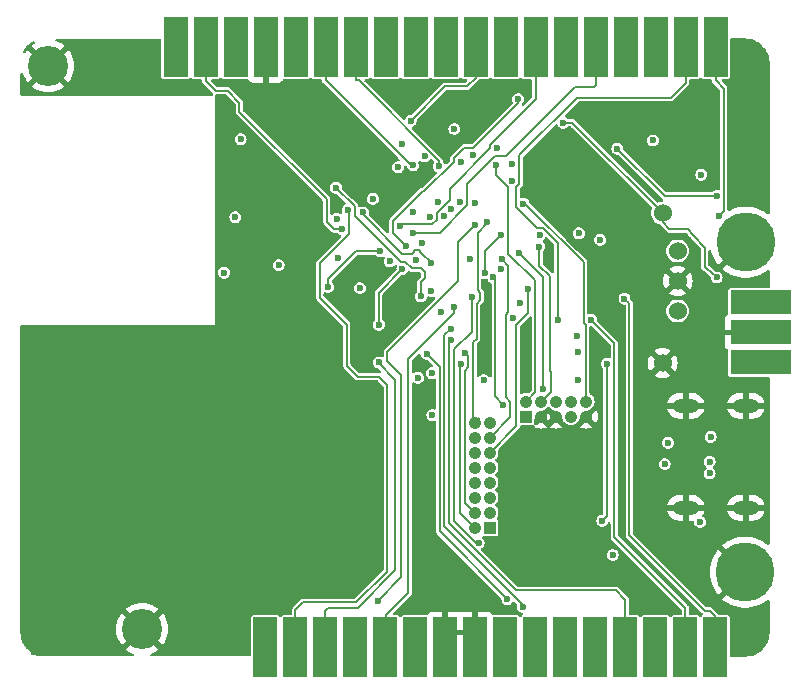
<source format=gbr>
%TF.GenerationSoftware,KiCad,Pcbnew,8.0.4*%
%TF.CreationDate,2024-10-23T22:06:26+09:00*%
%TF.ProjectId,balsun,62616c73-756e-42e6-9b69-6361645f7063,rev?*%
%TF.SameCoordinates,Original*%
%TF.FileFunction,Copper,L2,Inr*%
%TF.FilePolarity,Positive*%
%FSLAX46Y46*%
G04 Gerber Fmt 4.6, Leading zero omitted, Abs format (unit mm)*
G04 Created by KiCad (PCBNEW 8.0.4) date 2024-10-23 22:06:26*
%MOMM*%
%LPD*%
G01*
G04 APERTURE LIST*
%TA.AperFunction,ComponentPad*%
%ADD10C,1.530000*%
%TD*%
%TA.AperFunction,ComponentPad*%
%ADD11O,2.200000X1.200000*%
%TD*%
%TA.AperFunction,ComponentPad*%
%ADD12R,1.050000X1.050000*%
%TD*%
%TA.AperFunction,ComponentPad*%
%ADD13C,1.050000*%
%TD*%
%TA.AperFunction,ComponentPad*%
%ADD14C,1.524000*%
%TD*%
%TA.AperFunction,ComponentPad*%
%ADD15C,5.000000*%
%TD*%
%TA.AperFunction,ComponentPad*%
%ADD16R,2.000000X2.540000*%
%TD*%
%TA.AperFunction,ComponentPad*%
%ADD17C,3.400000*%
%TD*%
%TA.AperFunction,ComponentPad*%
%ADD18R,2.540000X2.000000*%
%TD*%
%TA.AperFunction,ViaPad*%
%ADD19C,0.600000*%
%TD*%
%TA.AperFunction,Conductor*%
%ADD20C,0.200000*%
%TD*%
%ADD21C,0.300000*%
%ADD22C,0.350000*%
%ADD23O,1.600000X0.600000*%
G04 APERTURE END LIST*
D10*
%TO.N,GND*%
%TO.C,U1*%
X211425000Y-101650000D03*
%TO.N,VBAT*%
X211425000Y-88950000D03*
%TD*%
D11*
%TO.N,GND*%
%TO.C,J5*%
X213375000Y-113895000D03*
X213375000Y-105255000D03*
X218475000Y-113895000D03*
X218475000Y-105255000D03*
%TD*%
D12*
%TO.N,+5V*%
%TO.C,J1*%
X199855000Y-106175000D03*
D13*
%TO.N,P108_SWDIO*%
X199855000Y-104905000D03*
%TO.N,GND*%
X201125000Y-106175000D03*
%TO.N,P300_SWCLK*%
X201125000Y-104905000D03*
%TO.N,GND*%
X202395000Y-106175000D03*
%TO.N,unconnected-(J1-Pad6)*%
X202395000Y-104905000D03*
%TO.N,P502_SCI1_RXD*%
X203665000Y-106175000D03*
%TO.N,P501_SCI1_TXD*%
X203665000Y-104905000D03*
%TO.N,GND*%
X204935000Y-106175000D03*
%TO.N,RESET*%
X204935000Y-104905000D03*
%TD*%
D12*
%TO.N,P402*%
%TO.C,J4*%
X196800000Y-115580000D03*
D13*
%TO.N,P401*%
X195530000Y-115580000D03*
%TO.N,P215*%
X196800000Y-114310000D03*
%TO.N,P400*%
X195530000Y-114310000D03*
%TO.N,P214*%
X196800000Y-113040000D03*
%TO.N,P011*%
X195530000Y-113040000D03*
%TO.N,P411*%
X196800000Y-111770000D03*
%TO.N,P003*%
X195530000Y-111770000D03*
%TO.N,P410*%
X196800000Y-110500000D03*
%TO.N,P004*%
X195530000Y-110500000D03*
%TO.N,P409*%
X196800000Y-109230000D03*
%TO.N,P015*%
X195530000Y-109230000D03*
%TO.N,P408*%
X196800000Y-107960000D03*
%TO.N,P113*%
X195530000Y-107960000D03*
%TO.N,P206*%
X196800000Y-106690000D03*
%TO.N,P205*%
X195530000Y-106690000D03*
%TD*%
D14*
%TO.N,VEXTIN*%
%TO.C,IC3*%
X212700000Y-97240000D03*
%TO.N,GND*%
X212700000Y-94700000D03*
%TO.N,Net-(IC3-OUT)*%
X212700000Y-92160000D03*
%TD*%
D15*
%TO.N,GND*%
%TO.C,H3*%
X218450000Y-91412500D03*
%TD*%
D16*
%TO.N,WISUN_TX_Serial1_D0*%
%TO.C,P1*%
X215920000Y-76140000D03*
X215920000Y-73600000D03*
%TO.N,WISUN_RX_Serial1_D1*%
X213380000Y-76140000D03*
X213380000Y-73600000D03*
%TO.N,P105_IRQ00_GPT1_A*%
X210840000Y-76140000D03*
X210840000Y-73600000D03*
%TO.N,P104_IRQ01_GPT1_B*%
X208300000Y-76140000D03*
X208300000Y-73600000D03*
%TO.N,P103_SPI0_SSL_GPT2_A_CAN0_TX*%
X205760000Y-76140000D03*
X205760000Y-73600000D03*
%TO.N,P102_SPI0_RSPCK_GPT2_B_CAN0_RX*%
X203220000Y-76140000D03*
X203220000Y-73600000D03*
%TO.N,P106_GPT0_B*%
X200680000Y-76140000D03*
X200680000Y-73600000D03*
%TO.N,P107_GPT0_A*%
X198140000Y-76140000D03*
X198140000Y-73600000D03*
%TO.N,P304_GPT7_A*%
X193060000Y-76140000D03*
X193060000Y-73600000D03*
%TO.N,P303_GPT7_B*%
X190520000Y-76140000D03*
X190520000Y-73600000D03*
%TO.N,P112_GPT3_B*%
X187980000Y-76140000D03*
X187980000Y-73600000D03*
%TO.N,P109_SCI9_TXD*%
X185440000Y-76140000D03*
X185440000Y-73600000D03*
%TO.N,P110_SCI9_RXD*%
X182900000Y-76140000D03*
X182900000Y-73600000D03*
%TO.N,P111_GPT3_A*%
X180360000Y-76140000D03*
X180360000Y-73600000D03*
%TO.N,GND*%
X177820000Y-76140000D03*
X177820000Y-73600000D03*
%TO.N,AREF*%
X175280000Y-76140000D03*
X175280000Y-73600000D03*
%TO.N,P101_AN21_SDA*%
X172740000Y-76140000D03*
X172740000Y-73600000D03*
%TO.N,P100_AN22_SCL*%
X170200000Y-76140000D03*
X170200000Y-73600000D03*
%TO.N,+5V*%
X195600000Y-76140000D03*
X195600000Y-73600000D03*
%TD*%
D17*
%TO.N,GND*%
%TO.C,H4*%
X159400000Y-76500000D03*
%TD*%
%TO.N,GND*%
%TO.C,H5*%
X167375000Y-124175000D03*
%TD*%
D18*
%TO.N,VEXTIN*%
%TO.C,H1*%
X218450000Y-101600000D03*
X220990000Y-101600000D03*
%TO.N,GND*%
X218450000Y-99060000D03*
X220990000Y-99060000D03*
%TO.N,VBAT*%
X218450000Y-96520000D03*
X220990000Y-96520000D03*
%TD*%
D16*
%TO.N,+5V*%
%TO.C,J2*%
X177800000Y-124460000D03*
X177800000Y-127000000D03*
%TO.N,MD*%
X180340000Y-124460000D03*
X180340000Y-127000000D03*
%TO.N,+5V*%
X182880000Y-124460000D03*
X182880000Y-127000000D03*
%TO.N,RESET*%
X185420000Y-124460000D03*
X185420000Y-127000000D03*
%TO.N,+3V3*%
X187960000Y-124460000D03*
X187960000Y-127000000D03*
%TO.N,+5V*%
X190500000Y-124460000D03*
X190500000Y-127000000D03*
%TO.N,GND*%
X193040000Y-124460000D03*
X193040000Y-127000000D03*
X195580000Y-124460000D03*
X195580000Y-127000000D03*
%TO.N,VUSB*%
X198120000Y-124460000D03*
X198120000Y-127000000D03*
%TO.N,unconnected-(J2-Pad10)*%
X200660000Y-124460000D03*
%TO.N,unconnected-(J2-Pad10)_1*%
X200660000Y-127000000D03*
%TO.N,P014_AN09_DAC*%
X203200000Y-124460000D03*
X203200000Y-127000000D03*
%TO.N,P000_AN00_AMP+*%
X205740000Y-124460000D03*
X205740000Y-127000000D03*
%TO.N,P001_AN01_AMP-*%
X208280000Y-124460000D03*
X208280000Y-127000000D03*
%TO.N,P002_AN02_AMPO*%
X210820000Y-124460000D03*
X210820000Y-127000000D03*
%TO.N,P101_AN21_SDA*%
X213360000Y-124460000D03*
X213360000Y-127000000D03*
%TO.N,P100_AN22_SCL*%
X215900000Y-124460000D03*
X215900000Y-127000000D03*
%TD*%
D15*
%TO.N,GND*%
%TO.C,H2*%
X218425000Y-119350000D03*
%TD*%
D19*
%TO.N,GND*%
X190600000Y-111600000D03*
X169500000Y-121500000D03*
X163600000Y-124100000D03*
X202900000Y-83400000D03*
X159200000Y-122300000D03*
X178000000Y-87700000D03*
X196600000Y-100300000D03*
X199800000Y-99700000D03*
X160300000Y-113500000D03*
X202700000Y-119300000D03*
X190000000Y-78500000D03*
X167700000Y-75600000D03*
X161500000Y-115100000D03*
X185600000Y-120900000D03*
X200400000Y-110800000D03*
X218200000Y-123900000D03*
X163600000Y-122300000D03*
X202500000Y-108100000D03*
X158200000Y-116900000D03*
X178800000Y-89900000D03*
X158200000Y-126100000D03*
X176200000Y-88100000D03*
X194900000Y-82700000D03*
X179200000Y-91400000D03*
X166500000Y-114600000D03*
X158200000Y-119000000D03*
X188900000Y-86200000D03*
X207800000Y-119500000D03*
X164600000Y-113500000D03*
X210000000Y-83500000D03*
X163600000Y-126100000D03*
X158200000Y-122300000D03*
X165000000Y-116200000D03*
X218700000Y-83700000D03*
X177800000Y-85400000D03*
X161500000Y-113600000D03*
X163300000Y-117800000D03*
X161400000Y-120600000D03*
X182200000Y-81900000D03*
X159200000Y-119000000D03*
X201000000Y-115800000D03*
X163800000Y-114300000D03*
X211000000Y-91600000D03*
X165830000Y-118955000D03*
X162200000Y-115900000D03*
X165700000Y-115400000D03*
X161500000Y-116700000D03*
X161400000Y-119000000D03*
X166300000Y-112000000D03*
X209000000Y-88500000D03*
X158200000Y-113500000D03*
X188200000Y-98900000D03*
X192700000Y-80900000D03*
X165900000Y-117300000D03*
X180900000Y-98100000D03*
X161400000Y-126100000D03*
X163000000Y-115100000D03*
X179000000Y-87800000D03*
X167700000Y-120600000D03*
X201700000Y-92400000D03*
X167400000Y-113800000D03*
X159200000Y-113500000D03*
X214500000Y-120600000D03*
X163600000Y-120600000D03*
X180400000Y-80600000D03*
X161400000Y-122300000D03*
X174300000Y-122600000D03*
X162500000Y-118700000D03*
X167700000Y-119000000D03*
X206700000Y-97800000D03*
X211600000Y-80000000D03*
X217800000Y-88100000D03*
X158200000Y-124100000D03*
X207200000Y-90900000D03*
X160300000Y-119000000D03*
X164100000Y-117000000D03*
X202700000Y-113300000D03*
X161400000Y-124100000D03*
X160300000Y-116900000D03*
X209300000Y-96200000D03*
X206900000Y-94500000D03*
X203600000Y-116500000D03*
X165400000Y-112700000D03*
X167300000Y-111400000D03*
X162300000Y-74800000D03*
X159200000Y-116900000D03*
X214300000Y-103500000D03*
X160300000Y-122300000D03*
X165800000Y-120600000D03*
X167700000Y-117300000D03*
%TO.N,+5V*%
X187400000Y-101600000D03*
X190286600Y-88836900D03*
X197935600Y-105173300D03*
X197100000Y-94400000D03*
X190089700Y-81135100D03*
X198694900Y-86207000D03*
%TO.N,MD*%
X184754100Y-88668600D03*
X191076800Y-91514800D03*
%TO.N,P101_AN21_SDA*%
X205349200Y-97975000D03*
X184298100Y-90310200D03*
%TO.N,P111_GPT3_A*%
X192422900Y-88001000D03*
X174300000Y-94000000D03*
%TO.N,P304_GPT7_A*%
X197423900Y-83414300D03*
%TO.N,P409*%
X200020200Y-95397200D03*
%TO.N,P401*%
X194372000Y-101767600D03*
%TO.N,P001_AN01_AMP-*%
X193551200Y-99685700D03*
X192700000Y-97300000D03*
%TO.N,P214*%
X198738100Y-97828600D03*
%TO.N,P003*%
X191832700Y-95555300D03*
%TO.N,P206*%
X195117700Y-92871500D03*
%TO.N,P400*%
X194705700Y-100796000D03*
%TO.N,P107_GPT0_A*%
X194277700Y-88028100D03*
%TO.N,P000_AN00_AMP+*%
X193502700Y-98733300D03*
X199595150Y-122295150D03*
%TO.N,P408*%
X197800000Y-92880000D03*
%TO.N,P100_AN22_SCL*%
X191800000Y-93200000D03*
X208200000Y-96200000D03*
X175700000Y-82700000D03*
X186043100Y-88895900D03*
%TO.N,P110_SCI9_RXD*%
X190300000Y-84900000D03*
%TO.N,P106_GPT0_B*%
X189165000Y-90022700D03*
%TO.N,Net-(IC1-P200)*%
X189027000Y-85066400D03*
X198635900Y-84808400D03*
%TO.N,P410*%
X197751600Y-93691200D03*
%TO.N,P411*%
X199348700Y-96594300D03*
%TO.N,P004*%
X190700000Y-102900000D03*
%TO.N,P205*%
X196591400Y-89700400D03*
%TO.N,P109_SCI9_TXD*%
X192493600Y-84990700D03*
%TO.N,P014_AN09_DAC*%
X187400000Y-98400000D03*
X189402100Y-93687600D03*
X196300000Y-103100000D03*
X191900000Y-102500000D03*
X207200000Y-117900000D03*
%TO.N,P002_AN02_AMPO*%
X198282200Y-121642600D03*
X191442500Y-100855600D03*
%TO.N,P105_IRQ00_GPT1_A*%
X186893300Y-87743700D03*
%TO.N,P113*%
X204300000Y-103100000D03*
X191713600Y-89250200D03*
%TO.N,P215*%
X195860900Y-116887700D03*
X195271500Y-96015800D03*
%TO.N,P104_IRQ01_GPT1_B*%
X193800000Y-81831400D03*
X183825100Y-89441700D03*
%TO.N,P103_SPI0_SSL_GPT2_A_CAN0_TX*%
X190284800Y-90604900D03*
%TO.N,P102_SPI0_RSPCK_GPT2_B_CAN0_RX*%
X199200000Y-79300000D03*
X189669100Y-91704200D03*
%TO.N,P015*%
X185800000Y-95300000D03*
%TO.N,P112_GPT3_B*%
X192917100Y-89208800D03*
%TO.N,USB_D_P*%
X199267100Y-92325400D03*
X201319300Y-103872600D03*
%TO.N,USB_D_N*%
X211900000Y-108400000D03*
X215400000Y-110000000D03*
X201016700Y-90809600D03*
%TO.N,VUSB*%
X215500000Y-107900000D03*
X215400000Y-111000000D03*
X214700000Y-85700000D03*
%TO.N,CC1*%
X211600000Y-110200000D03*
X214600000Y-115100000D03*
%TO.N,VBAT*%
X216000000Y-94400000D03*
X203000000Y-81300000D03*
%TO.N,VREFH0*%
X183765400Y-86798600D03*
X190965600Y-96000000D03*
%TO.N,P013*%
X187504900Y-92181000D03*
X183100000Y-95200000D03*
%TO.N,P501_SCI1_TXD*%
X190578700Y-92886800D03*
%TO.N,P502_SCI1_RXD*%
X188340100Y-93047700D03*
X204145600Y-99393600D03*
%TO.N,WISUN_RESETN*%
X195516300Y-89951100D03*
X187300000Y-121800000D03*
%TO.N,WISUN_RX*%
X191927800Y-106056900D03*
X204265800Y-100716000D03*
%TO.N,Net-(IC1-P500)*%
X183912300Y-92791500D03*
X175249600Y-89294800D03*
%TO.N,WISUN_TX*%
X206714200Y-101717100D03*
X206321000Y-114987400D03*
%TO.N,RESET*%
X178914800Y-93351600D03*
X199647400Y-88155000D03*
%TO.N,+3V3*%
X197714200Y-90807400D03*
X193800000Y-96900000D03*
X189385800Y-83066000D03*
X196372400Y-94035300D03*
%TO.N,P300_SWCLK*%
X200993500Y-91795200D03*
X193484100Y-88641800D03*
%TO.N,P108_SWDIO*%
X197335100Y-84883700D03*
X194347900Y-84628100D03*
X191271600Y-84150300D03*
%TO.N,WISUN_TX_Serial1*%
X195528400Y-88125300D03*
X206143800Y-91218500D03*
%TO.N,WISUN_RX_Serial1*%
X204345800Y-90660800D03*
X195354700Y-84073800D03*
%TO.N,WISUN_TX_Serial1_D0*%
X216187100Y-89221200D03*
%TO.N,WISUN_RX_Serial1_D1*%
X202552600Y-97978700D03*
%TO.N,Net-(IC3-OUT)*%
X210600000Y-82800000D03*
%TO.N,Net-(IC5-ILIM)*%
X216000000Y-87500000D03*
X207600000Y-83500000D03*
%TD*%
D20*
%TO.N,+5V*%
X195600000Y-76140000D02*
X195600000Y-77500000D01*
X197241300Y-104479000D02*
X197935600Y-105173300D01*
X185600000Y-122400000D02*
X183100000Y-122400000D01*
X187300000Y-101600000D02*
X188800000Y-103100000D01*
X187400000Y-101700000D02*
X187400000Y-101700000D01*
X183100000Y-122400000D02*
X182880000Y-122620000D01*
X188800000Y-119200000D02*
X185600000Y-122400000D01*
X188800000Y-103100000D02*
X188800000Y-119200000D01*
X193024800Y-78200000D02*
X190089700Y-81135100D01*
X187400000Y-101600000D02*
X187300000Y-101600000D01*
X194900000Y-78200000D02*
X193024800Y-78200000D01*
X182880000Y-122620000D02*
X182880000Y-124460000D01*
X197241300Y-94541300D02*
X197241300Y-104479000D01*
X195600000Y-77500000D02*
X194900000Y-78200000D01*
X187400000Y-101700000D02*
X187400000Y-101600000D01*
X197100000Y-94400000D02*
X197241300Y-94541300D01*
%TO.N,MD*%
X180340000Y-122560000D02*
X180340000Y-124460000D01*
X185500000Y-121900000D02*
X181000000Y-121900000D01*
X188100000Y-119300000D02*
X185500000Y-121900000D01*
X184754100Y-88668600D02*
X184899800Y-88814300D01*
X187400000Y-102800000D02*
X188100000Y-103500000D01*
X181000000Y-121900000D02*
X180340000Y-122560000D01*
X182400000Y-93210100D02*
X182400000Y-96100000D01*
X184700000Y-98400000D02*
X184700000Y-101900000D01*
X184700000Y-101900000D02*
X185600000Y-102800000D01*
X182400000Y-96100000D02*
X184700000Y-98400000D01*
X184899800Y-88814300D02*
X184899800Y-90710300D01*
X184899800Y-90710300D02*
X182400000Y-93210100D01*
X188100000Y-103500000D02*
X188100000Y-119300000D01*
X185600000Y-102800000D02*
X187400000Y-102800000D01*
%TO.N,P101_AN21_SDA*%
X184298100Y-90310200D02*
X184426800Y-90181500D01*
X172740000Y-77740000D02*
X173600000Y-78600000D01*
X207317500Y-116336400D02*
X207317500Y-99943300D01*
X213360000Y-122378900D02*
X207317500Y-116336400D01*
X183610200Y-90310200D02*
X184298100Y-90310200D01*
X172740000Y-76140000D02*
X172740000Y-77740000D01*
X183000000Y-87800000D02*
X183000000Y-89700000D01*
X213360000Y-124460000D02*
X213360000Y-122378900D01*
X175600000Y-80400000D02*
X183000000Y-87800000D01*
X207317500Y-99943300D02*
X205349200Y-97975000D01*
X175600000Y-79600000D02*
X175600000Y-80400000D01*
X174600000Y-78600000D02*
X175600000Y-79600000D01*
X183000000Y-89700000D02*
X183610200Y-90310200D01*
X173600000Y-78600000D02*
X174600000Y-78600000D01*
%TO.N,P409*%
X199028300Y-107001700D02*
X199028300Y-98389300D01*
X199028300Y-98389300D02*
X200020200Y-97397400D01*
X200020200Y-97397400D02*
X200020200Y-95397200D01*
X196800000Y-109230000D02*
X199028300Y-107001700D01*
%TO.N,P401*%
X194291400Y-114341400D02*
X194291400Y-101848200D01*
X195530000Y-115580000D02*
X194291400Y-114341400D01*
X194291400Y-101848200D02*
X194372000Y-101767600D01*
%TO.N,P001_AN01_AMP-*%
X193343400Y-99893500D02*
X193551200Y-99685700D01*
X193343400Y-115221800D02*
X193343400Y-99893500D01*
X208280000Y-124460000D02*
X208280000Y-121680000D01*
X207500000Y-120900000D02*
X199021600Y-120900000D01*
X208280000Y-121680000D02*
X207500000Y-120900000D01*
X199021600Y-120900000D02*
X193343400Y-115221800D01*
%TO.N,P400*%
X194693100Y-102299000D02*
X194973700Y-102018400D01*
X194973700Y-101064000D02*
X194705700Y-100796000D01*
X194973700Y-102018400D02*
X194973700Y-101064000D01*
X194693100Y-113473100D02*
X194693100Y-102299000D01*
X195530000Y-114310000D02*
X194693100Y-113473100D01*
%TO.N,P000_AN00_AMP+*%
X192941700Y-115451200D02*
X192941700Y-99294300D01*
X192941700Y-99294300D02*
X193502700Y-98733300D01*
X199595150Y-122295150D02*
X199595150Y-122104650D01*
X199595150Y-122104650D02*
X192941700Y-115451200D01*
%TO.N,P408*%
X198353300Y-97362600D02*
X198136400Y-97579500D01*
X197800000Y-92880000D02*
X198353300Y-93433300D01*
X198537300Y-104924100D02*
X198537300Y-106222700D01*
X198136400Y-104523200D02*
X198537300Y-104924100D01*
X198537300Y-106222700D02*
X196800000Y-107960000D01*
X198353300Y-93433300D02*
X198353300Y-97362600D01*
X198136400Y-97579500D02*
X198136400Y-104523200D01*
%TO.N,P100_AN22_SCL*%
X191800000Y-93200000D02*
X191900000Y-93200000D01*
X215900000Y-123100000D02*
X215900000Y-124460000D01*
X191900000Y-93200000D02*
X191800000Y-93100000D01*
X186043100Y-88895900D02*
X186043100Y-89043100D01*
X189400000Y-92400000D02*
X190200000Y-92400000D01*
X190500000Y-92100000D02*
X190800000Y-92100000D01*
X190800000Y-92100000D02*
X191000000Y-92300000D01*
X208200000Y-96200000D02*
X208600000Y-96600000D01*
X215400000Y-122600000D02*
X215900000Y-123100000D01*
X191800000Y-93100000D02*
X191800000Y-93200000D01*
X208600000Y-116200000D02*
X215000000Y-122600000D01*
X208600000Y-96600000D02*
X208600000Y-116200000D01*
X190300000Y-92300000D02*
X190500000Y-92100000D01*
X191000000Y-92300000D02*
X191800000Y-93100000D01*
X186043100Y-89043100D02*
X189400000Y-92400000D01*
X215000000Y-122600000D02*
X215400000Y-122600000D01*
X190200000Y-92400000D02*
X190300000Y-92300000D01*
%TO.N,P110_SCI9_RXD*%
X182900000Y-76140000D02*
X182900000Y-77711700D01*
X190300000Y-84900000D02*
X190088300Y-84900000D01*
X182911700Y-77711700D02*
X190100000Y-84900000D01*
X190100000Y-84900000D02*
X190300000Y-84900000D01*
X182900000Y-77711700D02*
X182911700Y-77711700D01*
%TO.N,P106_GPT0_B*%
X200680000Y-79307400D02*
X196822000Y-83165400D01*
X189282500Y-89905200D02*
X189165000Y-90022700D01*
X193391100Y-86888300D02*
X193391100Y-87884000D01*
X196822000Y-83457400D02*
X193391100Y-86888300D01*
X193391100Y-87884000D02*
X192668100Y-88607000D01*
X192315400Y-89522000D02*
X191932200Y-89905200D01*
X191932200Y-89905200D02*
X189282500Y-89905200D01*
X192315400Y-88959700D02*
X192315400Y-89522000D01*
X192668100Y-88607100D02*
X192668000Y-88607100D01*
X196822000Y-83165400D02*
X196822000Y-83457400D01*
X200680000Y-76140000D02*
X200680000Y-79307400D01*
X192668100Y-88607000D02*
X192668100Y-88607100D01*
X192668000Y-88607100D02*
X192315400Y-88959700D01*
%TO.N,P205*%
X195770700Y-95470700D02*
X196000000Y-95700000D01*
X195671500Y-96628500D02*
X195671500Y-99628500D01*
X196591300Y-89818900D02*
X195770700Y-90639500D01*
X196000000Y-96300000D02*
X195671500Y-96628500D01*
X195400000Y-106560000D02*
X195530000Y-106690000D01*
X195770700Y-90639500D02*
X195770700Y-95470700D01*
X195530000Y-106690000D02*
X195899400Y-106320600D01*
X196591400Y-89700400D02*
X196591300Y-89700400D01*
X196591300Y-89700400D02*
X196591300Y-89818900D01*
X195400000Y-99900000D02*
X195400000Y-106560000D01*
X196000000Y-95700000D02*
X196000000Y-96300000D01*
X195671500Y-99628500D02*
X195400000Y-99900000D01*
%TO.N,P109_SCI9_TXD*%
X192493600Y-84990700D02*
X192493600Y-84521400D01*
X192493600Y-84521400D02*
X185683900Y-77711700D01*
X185683900Y-77711700D02*
X185440000Y-77711700D01*
X185440000Y-76140000D02*
X185440000Y-77711700D01*
%TO.N,P014_AN09_DAC*%
X187400000Y-95689700D02*
X189402100Y-93687600D01*
X187400000Y-98400000D02*
X187400000Y-95689700D01*
%TO.N,P002_AN02_AMPO*%
X198282200Y-121642600D02*
X192540000Y-115900400D01*
X192540000Y-115900400D02*
X192540000Y-101953100D01*
X192540000Y-101953100D02*
X191442500Y-100855600D01*
%TO.N,P215*%
X195271500Y-98985500D02*
X195271500Y-96015800D01*
X195633900Y-116887700D02*
X193763500Y-115017300D01*
X195860900Y-116887700D02*
X195633900Y-116887700D01*
X193763500Y-115017300D02*
X193763500Y-100493500D01*
X193763500Y-100493500D02*
X195271500Y-98985500D01*
%TO.N,P103_SPI0_SSL_GPT2_A_CAN0_TX*%
X204000000Y-78300000D02*
X198200000Y-84100000D01*
X205600000Y-78300000D02*
X204000000Y-78300000D01*
X194903900Y-86464100D02*
X194903900Y-88307700D01*
X205760000Y-78140000D02*
X205600000Y-78300000D01*
X197268000Y-84100000D02*
X194903900Y-86464100D01*
X205760000Y-76140000D02*
X205760000Y-78140000D01*
X194903900Y-88307700D02*
X192606700Y-90604900D01*
X198200000Y-84100000D02*
X197268000Y-84100000D01*
X192606700Y-90604900D02*
X190284800Y-90604900D01*
%TO.N,P102_SPI0_RSPCK_GPT2_B_CAN0_RX*%
X193746200Y-84293600D02*
X193746200Y-84590000D01*
X188563300Y-90598400D02*
X189669100Y-91704200D01*
X188563300Y-89634700D02*
X188563300Y-90598400D01*
X199200000Y-79600000D02*
X195400000Y-83400000D01*
X199200000Y-79300000D02*
X199200000Y-79600000D01*
X194639800Y-83400000D02*
X193746200Y-84293600D01*
X191240800Y-87095400D02*
X191102600Y-87095400D01*
X193746200Y-84590000D02*
X191240800Y-87095400D01*
X195400000Y-83400000D02*
X194639800Y-83400000D01*
X191102600Y-87095400D02*
X188563300Y-89634700D01*
%TO.N,USB_D_P*%
X201319300Y-94377600D02*
X201319300Y-103872600D01*
X199267100Y-92325400D02*
X201319300Y-94377600D01*
%TO.N,VBAT*%
X215000000Y-93500000D02*
X215000000Y-91900000D01*
X203775000Y-81300000D02*
X203100000Y-81300000D01*
X211425000Y-89725000D02*
X211425000Y-88950000D01*
X216000000Y-94400000D02*
X215100000Y-93600000D01*
X212000000Y-90300000D02*
X211425000Y-89725000D01*
X203100000Y-81300000D02*
X203000000Y-81300000D01*
X214000000Y-90800000D02*
X213600000Y-90300000D01*
X211425000Y-88950000D02*
X203775000Y-81300000D01*
X215100000Y-93600000D02*
X215000000Y-93500000D01*
X215000000Y-91900000D02*
X214000000Y-90800000D01*
X203000000Y-81300000D02*
X203100000Y-81300000D01*
X213600000Y-90300000D02*
X212000000Y-90300000D01*
%TO.N,VREFH0*%
X189651300Y-93085900D02*
X189260700Y-93085900D01*
X190965600Y-96000000D02*
X190965600Y-94790700D01*
X185355800Y-88389000D02*
X183765400Y-86798600D01*
X190176400Y-93611000D02*
X189651300Y-93085900D01*
X185355800Y-89181000D02*
X185355800Y-88389000D01*
X190965600Y-94790700D02*
X191294400Y-94461900D01*
X191294400Y-94461900D02*
X191294400Y-93963500D01*
X190941900Y-93611000D02*
X190176400Y-93611000D01*
X191294400Y-93963500D02*
X190941900Y-93611000D01*
X189260700Y-93085900D02*
X185355800Y-89181000D01*
%TO.N,P013*%
X183100000Y-95200000D02*
X183100000Y-94517200D01*
X183100000Y-94517200D02*
X185436100Y-92181100D01*
X187504900Y-92181100D02*
X187504900Y-92181000D01*
X185436100Y-92181100D02*
X187504900Y-92181100D01*
%TO.N,P501_SCI1_TXD*%
X203665000Y-104865000D02*
X203500000Y-104700000D01*
%TO.N,P502_SCI1_RXD*%
X203665000Y-106175000D02*
X203665000Y-106235000D01*
X203665000Y-106235000D02*
X203600000Y-106300000D01*
%TO.N,WISUN_RESETN*%
X194100000Y-94700000D02*
X194100000Y-91367400D01*
X187300000Y-121800000D02*
X189300000Y-119800000D01*
X188100000Y-101500000D02*
X188100000Y-100700000D01*
X194100000Y-91367400D02*
X195516300Y-89951100D01*
X189300000Y-102700000D02*
X188100000Y-101500000D01*
X189300000Y-119800000D02*
X189300000Y-102700000D01*
X188100000Y-100700000D02*
X194100000Y-94700000D01*
%TO.N,WISUN_TX*%
X206321000Y-114987400D02*
X206714200Y-114594200D01*
X206714200Y-114594200D02*
X206714200Y-101717100D01*
%TO.N,RESET*%
X204745900Y-98224100D02*
X204745900Y-93119900D01*
X204745900Y-93119900D02*
X199781000Y-88155000D01*
X204935000Y-104905000D02*
X204935000Y-98413200D01*
X199781000Y-88155000D02*
X199647400Y-88155000D01*
X204935000Y-98413200D02*
X204745900Y-98224100D01*
%TO.N,+3V3*%
X193800000Y-97388400D02*
X189900000Y-101288400D01*
X188000000Y-124420000D02*
X187960000Y-124460000D01*
X193800000Y-96900000D02*
X193800000Y-97388400D01*
X189900000Y-101288400D02*
X189900000Y-121100000D01*
X188000000Y-123000000D02*
X188000000Y-124420000D01*
X189900000Y-121100000D02*
X188000000Y-123000000D01*
X196372400Y-92149200D02*
X197714200Y-90807400D01*
X196372400Y-94035300D02*
X196372400Y-92149200D01*
%TO.N,P300_SWCLK*%
X201978100Y-104066100D02*
X201139200Y-104905000D01*
X200993500Y-93393500D02*
X201920000Y-94320000D01*
X200993500Y-91795200D02*
X200993500Y-93393500D01*
X201978100Y-102369700D02*
X201978100Y-104066100D01*
X201920000Y-102311600D02*
X201978100Y-102369700D01*
X201139200Y-104905000D02*
X201125000Y-104905000D01*
X201920000Y-94320000D02*
X201920000Y-102311600D01*
%TO.N,P108_SWDIO*%
X197335100Y-85698400D02*
X197335100Y-84883700D01*
X200644800Y-104115200D02*
X200644800Y-94654200D01*
X198376700Y-92386100D02*
X198376700Y-86740000D01*
X198376700Y-86740000D02*
X197335100Y-85698400D01*
X200644800Y-94654200D02*
X198376700Y-92386100D01*
X199855000Y-104905000D02*
X200644800Y-104115200D01*
%TO.N,WISUN_TX_Serial1_D0*%
X215920000Y-76140000D02*
X215920000Y-77711700D01*
X216187100Y-89221200D02*
X216613300Y-88795000D01*
X216613300Y-78405000D02*
X215920000Y-77711700D01*
X216613300Y-88795000D02*
X216613300Y-78405000D01*
%TO.N,WISUN_RX_Serial1_D1*%
X199296600Y-84073450D02*
X204170050Y-79200000D01*
X204170050Y-79200000D02*
X212100000Y-79200000D01*
X200814600Y-90207900D02*
X199012600Y-88405900D01*
X213380000Y-77920000D02*
X213380000Y-76140000D01*
X201265900Y-90207900D02*
X200814600Y-90207900D01*
X212100000Y-79200000D02*
X213380000Y-77920000D01*
X202552600Y-91494600D02*
X201265900Y-90207900D01*
X199296600Y-86456200D02*
X199296600Y-84073450D01*
X199012600Y-86740200D02*
X199296600Y-86456200D01*
X199012600Y-88405900D02*
X199012600Y-86740200D01*
X202552600Y-97978700D02*
X202552600Y-91494600D01*
%TO.N,Net-(IC5-ILIM)*%
X216000000Y-87500000D02*
X211600000Y-87500000D01*
X211600000Y-87500000D02*
X207600000Y-83500000D01*
%TD*%
%TA.AperFunction,Conductor*%
%TO.N,GND*%
G36*
X202468691Y-81428842D02*
G01*
X202524624Y-81470714D01*
X202538151Y-81493512D01*
X202574623Y-81573373D01*
X202668872Y-81682143D01*
X202789947Y-81759953D01*
X202789950Y-81759954D01*
X202789949Y-81759954D01*
X202928036Y-81800499D01*
X202928038Y-81800500D01*
X202928039Y-81800500D01*
X203071962Y-81800500D01*
X203071962Y-81800499D01*
X203210053Y-81759953D01*
X203331128Y-81682143D01*
X203364788Y-81643296D01*
X203423567Y-81605523D01*
X203458501Y-81600500D01*
X203599167Y-81600500D01*
X203666206Y-81620185D01*
X203686848Y-81636819D01*
X210499417Y-88449388D01*
X210532902Y-88510711D01*
X210530397Y-88573064D01*
X210473469Y-88760730D01*
X210454828Y-88950000D01*
X210473469Y-89139269D01*
X210475140Y-89144776D01*
X210528678Y-89321269D01*
X210618331Y-89488999D01*
X210618332Y-89489000D01*
X210738984Y-89636015D01*
X210823356Y-89705257D01*
X210886001Y-89756669D01*
X211053731Y-89846322D01*
X211053736Y-89846323D01*
X211053737Y-89846324D01*
X211122898Y-89867303D01*
X211178691Y-89903864D01*
X211178792Y-89903764D01*
X211179275Y-89904247D01*
X211181338Y-89905599D01*
X211184334Y-89909306D01*
X211475874Y-90200845D01*
X211759540Y-90484511D01*
X211815489Y-90540460D01*
X211815491Y-90540461D01*
X211815495Y-90540464D01*
X211884004Y-90580017D01*
X211884011Y-90580021D01*
X211960438Y-90600500D01*
X213395975Y-90600500D01*
X213463014Y-90620185D01*
X213492803Y-90647038D01*
X213591295Y-90770153D01*
X213733728Y-90948195D01*
X213738911Y-90954673D01*
X213746387Y-90966200D01*
X213746401Y-90966191D01*
X213751033Y-90972863D01*
X213768644Y-90992235D01*
X213773717Y-90998181D01*
X213790063Y-91018613D01*
X213790067Y-91018616D01*
X213795924Y-91024241D01*
X213795911Y-91024254D01*
X213806114Y-91033451D01*
X214243704Y-91514799D01*
X214664407Y-91977573D01*
X214667253Y-91980703D01*
X214697783Y-92043549D01*
X214699500Y-92064114D01*
X214699500Y-93539562D01*
X214716471Y-93602898D01*
X214719979Y-93615989D01*
X214738609Y-93648258D01*
X214745362Y-93659953D01*
X214759540Y-93684511D01*
X214856938Y-93781909D01*
X214865367Y-93792250D01*
X214865469Y-93792163D01*
X214870787Y-93798308D01*
X214870790Y-93798313D01*
X214885685Y-93811553D01*
X214891041Y-93816314D01*
X214896339Y-93821310D01*
X214915488Y-93840459D01*
X214921940Y-93845410D01*
X214921857Y-93845517D01*
X214932677Y-93853323D01*
X215452735Y-94315597D01*
X215489762Y-94374847D01*
X215492031Y-94391374D01*
X215493091Y-94391222D01*
X215514834Y-94542456D01*
X215570519Y-94664386D01*
X215574623Y-94673373D01*
X215668872Y-94782143D01*
X215789947Y-94859953D01*
X215789950Y-94859954D01*
X215789949Y-94859954D01*
X215928036Y-94900499D01*
X215928038Y-94900500D01*
X215928039Y-94900500D01*
X216071962Y-94900500D01*
X216071962Y-94900499D01*
X216210053Y-94859953D01*
X216331128Y-94782143D01*
X216425377Y-94673373D01*
X216485165Y-94542457D01*
X216505647Y-94400000D01*
X216485165Y-94257543D01*
X216425377Y-94126627D01*
X216331128Y-94017857D01*
X216210053Y-93940047D01*
X216210051Y-93940046D01*
X216210049Y-93940045D01*
X216210050Y-93940045D01*
X216071963Y-93899500D01*
X216071961Y-93899500D01*
X215936395Y-93899500D01*
X215869356Y-93879815D01*
X215854014Y-93868179D01*
X215342119Y-93413161D01*
X215305091Y-93353910D01*
X215300500Y-93320482D01*
X215300500Y-92199110D01*
X215320185Y-92132071D01*
X215372989Y-92086316D01*
X215442147Y-92076372D01*
X215505703Y-92105397D01*
X215543291Y-92163546D01*
X215626145Y-92440300D01*
X215764555Y-92761170D01*
X215764561Y-92761183D01*
X215939289Y-93063822D01*
X216147967Y-93344125D01*
X216156148Y-93352796D01*
X217155747Y-92353197D01*
X217229588Y-92454830D01*
X217407670Y-92632912D01*
X217509300Y-92706750D01*
X216512818Y-93703233D01*
X216512819Y-93703234D01*
X216655484Y-93822945D01*
X216947461Y-94014980D01*
X217259739Y-94171814D01*
X217259745Y-94171816D01*
X217588130Y-94291338D01*
X217588133Y-94291339D01*
X217928171Y-94371929D01*
X218275276Y-94412499D01*
X218275277Y-94412500D01*
X218624723Y-94412500D01*
X218624723Y-94412499D01*
X218971827Y-94371929D01*
X218971829Y-94371929D01*
X219311866Y-94291339D01*
X219311869Y-94291338D01*
X219640254Y-94171816D01*
X219640260Y-94171814D01*
X219952538Y-94014980D01*
X220244520Y-93822941D01*
X220275793Y-93796700D01*
X220339800Y-93768686D01*
X220408793Y-93779724D01*
X220460865Y-93826310D01*
X220479500Y-93891688D01*
X220479500Y-95195500D01*
X220459815Y-95262539D01*
X220407011Y-95308294D01*
X220355500Y-95319500D01*
X217160247Y-95319500D01*
X217101770Y-95331131D01*
X217101769Y-95331132D01*
X217035447Y-95375447D01*
X216991132Y-95441769D01*
X216991131Y-95441770D01*
X216979500Y-95500247D01*
X216979500Y-97523444D01*
X216959815Y-97590483D01*
X216929811Y-97622710D01*
X216822812Y-97702809D01*
X216822809Y-97702812D01*
X216736649Y-97817906D01*
X216736645Y-97817913D01*
X216686403Y-97952620D01*
X216686401Y-97952627D01*
X216680000Y-98012155D01*
X216680000Y-98810000D01*
X218016988Y-98810000D01*
X217984075Y-98867007D01*
X217950000Y-98994174D01*
X217950000Y-99125826D01*
X217984075Y-99252993D01*
X218016988Y-99310000D01*
X216680000Y-99310000D01*
X216680000Y-100107844D01*
X216686401Y-100167372D01*
X216686403Y-100167379D01*
X216736645Y-100302086D01*
X216736649Y-100302093D01*
X216822809Y-100417187D01*
X216822812Y-100417190D01*
X216929811Y-100497290D01*
X216971682Y-100553223D01*
X216979500Y-100596556D01*
X216979500Y-102619752D01*
X216991131Y-102678229D01*
X216991132Y-102678230D01*
X217035447Y-102744552D01*
X217101769Y-102788867D01*
X217101770Y-102788868D01*
X217160247Y-102800499D01*
X217160250Y-102800500D01*
X217160252Y-102800500D01*
X219700252Y-102800500D01*
X220355500Y-102800500D01*
X220422539Y-102820185D01*
X220468294Y-102872989D01*
X220479500Y-102924500D01*
X220479500Y-116891788D01*
X220459815Y-116958827D01*
X220407011Y-117004582D01*
X220337853Y-117014526D01*
X220275795Y-116986778D01*
X220219518Y-116939557D01*
X219927538Y-116747519D01*
X219615260Y-116590685D01*
X219615254Y-116590683D01*
X219286869Y-116471161D01*
X219286866Y-116471160D01*
X218946828Y-116390570D01*
X218599723Y-116350000D01*
X218250277Y-116350000D01*
X217903172Y-116390570D01*
X217903170Y-116390570D01*
X217563133Y-116471160D01*
X217563130Y-116471161D01*
X217234745Y-116590683D01*
X217234739Y-116590685D01*
X216922461Y-116747519D01*
X216630480Y-116939557D01*
X216487819Y-117059264D01*
X216487818Y-117059265D01*
X217484301Y-118055748D01*
X217382670Y-118129588D01*
X217204588Y-118307670D01*
X217130748Y-118409301D01*
X216131148Y-117409701D01*
X216131147Y-117409702D01*
X216122976Y-117418363D01*
X216122972Y-117418368D01*
X215914289Y-117698677D01*
X215739561Y-118001316D01*
X215739555Y-118001329D01*
X215601145Y-118322199D01*
X215500916Y-118656988D01*
X215500914Y-118656997D01*
X215440236Y-119001119D01*
X215440235Y-119001130D01*
X215419916Y-119349996D01*
X215419916Y-119350003D01*
X215440235Y-119698869D01*
X215440236Y-119698880D01*
X215500914Y-120043002D01*
X215500916Y-120043011D01*
X215601145Y-120377800D01*
X215739555Y-120698670D01*
X215739561Y-120698683D01*
X215914289Y-121001322D01*
X216122967Y-121281625D01*
X216131148Y-121290296D01*
X217130747Y-120290697D01*
X217204588Y-120392330D01*
X217382670Y-120570412D01*
X217484300Y-120644250D01*
X216487818Y-121640733D01*
X216487819Y-121640734D01*
X216630484Y-121760445D01*
X216922461Y-121952480D01*
X217234739Y-122109314D01*
X217234745Y-122109316D01*
X217563130Y-122228838D01*
X217563133Y-122228839D01*
X217903171Y-122309429D01*
X218250276Y-122349999D01*
X218250277Y-122350000D01*
X218599723Y-122350000D01*
X218599723Y-122349999D01*
X218946827Y-122309429D01*
X218946829Y-122309429D01*
X219286866Y-122228839D01*
X219286869Y-122228838D01*
X219615254Y-122109316D01*
X219615260Y-122109314D01*
X219927538Y-121952480D01*
X220219515Y-121760445D01*
X220275794Y-121713222D01*
X220339802Y-121685209D01*
X220408794Y-121696248D01*
X220460866Y-121742834D01*
X220479500Y-121808211D01*
X220479500Y-124455933D01*
X220479235Y-124464043D01*
X220462583Y-124718104D01*
X220460465Y-124734186D01*
X220411591Y-124979888D01*
X220407393Y-124995554D01*
X220326864Y-125232786D01*
X220320657Y-125247772D01*
X220209853Y-125472460D01*
X220201743Y-125486507D01*
X220062559Y-125694811D01*
X220052685Y-125707679D01*
X219887502Y-125896033D01*
X219876033Y-125907502D01*
X219687679Y-126072685D01*
X219674811Y-126082559D01*
X219466507Y-126221743D01*
X219452460Y-126229853D01*
X219227772Y-126340657D01*
X219212786Y-126346864D01*
X218975554Y-126427393D01*
X218959888Y-126431591D01*
X218753168Y-126472711D01*
X218714185Y-126480465D01*
X218698104Y-126482583D01*
X218444063Y-126499232D01*
X218435920Y-126499497D01*
X217224466Y-126499161D01*
X217157432Y-126479458D01*
X217111691Y-126426641D01*
X217100500Y-126375161D01*
X217100500Y-123170249D01*
X217100499Y-123170247D01*
X217088868Y-123111770D01*
X217088867Y-123111769D01*
X217044552Y-123045447D01*
X216978230Y-123001132D01*
X216978229Y-123001131D01*
X216919752Y-122989500D01*
X216919748Y-122989500D01*
X216254782Y-122989500D01*
X216187743Y-122969815D01*
X216147396Y-122927502D01*
X216145623Y-122924432D01*
X216140460Y-122915489D01*
X215584511Y-122359540D01*
X215584510Y-122359539D01*
X215554385Y-122342147D01*
X215550630Y-122339979D01*
X215550629Y-122339978D01*
X215515994Y-122319981D01*
X215515991Y-122319979D01*
X215476617Y-122309429D01*
X215439562Y-122299500D01*
X215439560Y-122299500D01*
X215175833Y-122299500D01*
X215108794Y-122279815D01*
X215088152Y-122263181D01*
X208936819Y-116111848D01*
X208903334Y-116050525D01*
X208900500Y-116024167D01*
X208900500Y-113644999D01*
X211800884Y-113644999D01*
X211800885Y-113645000D01*
X212708012Y-113645000D01*
X212690795Y-113654940D01*
X212634940Y-113710795D01*
X212595444Y-113779204D01*
X212575000Y-113855504D01*
X212575000Y-113934496D01*
X212595444Y-114010796D01*
X212634940Y-114079205D01*
X212690795Y-114135060D01*
X212708012Y-114145000D01*
X211800885Y-114145000D01*
X211802085Y-114152584D01*
X211855591Y-114317255D01*
X211934195Y-114471524D01*
X212035967Y-114611602D01*
X212158397Y-114734032D01*
X212298475Y-114835804D01*
X212452742Y-114914408D01*
X212617415Y-114967914D01*
X212788429Y-114995000D01*
X213125000Y-114995000D01*
X213125000Y-114195000D01*
X213625000Y-114195000D01*
X213625000Y-114995000D01*
X213961565Y-114995000D01*
X213962009Y-114994965D01*
X213962176Y-114995000D01*
X213966444Y-114995000D01*
X213966444Y-114995896D01*
X214030387Y-115009323D01*
X214080149Y-115058370D01*
X214094487Y-115100935D01*
X214114834Y-115242456D01*
X214152723Y-115325419D01*
X214174623Y-115373373D01*
X214268872Y-115482143D01*
X214389947Y-115559953D01*
X214389950Y-115559954D01*
X214389949Y-115559954D01*
X214528036Y-115600499D01*
X214528038Y-115600500D01*
X214528039Y-115600500D01*
X214671962Y-115600500D01*
X214671962Y-115600499D01*
X214810053Y-115559953D01*
X214931128Y-115482143D01*
X215025377Y-115373373D01*
X215085165Y-115242457D01*
X215105647Y-115100000D01*
X215085165Y-114957543D01*
X215025377Y-114826627D01*
X214931128Y-114717857D01*
X214840956Y-114659907D01*
X214795203Y-114607105D01*
X214785259Y-114537947D01*
X214807681Y-114482704D01*
X214815804Y-114471523D01*
X214894408Y-114317255D01*
X214947914Y-114152584D01*
X214949115Y-114145000D01*
X214041988Y-114145000D01*
X214059205Y-114135060D01*
X214115060Y-114079205D01*
X214154556Y-114010796D01*
X214175000Y-113934496D01*
X214175000Y-113855504D01*
X214154556Y-113779204D01*
X214115060Y-113710795D01*
X214059205Y-113654940D01*
X214041988Y-113645000D01*
X214949115Y-113645000D01*
X214949115Y-113644999D01*
X216900884Y-113644999D01*
X216900885Y-113645000D01*
X217808012Y-113645000D01*
X217790795Y-113654940D01*
X217734940Y-113710795D01*
X217695444Y-113779204D01*
X217675000Y-113855504D01*
X217675000Y-113934496D01*
X217695444Y-114010796D01*
X217734940Y-114079205D01*
X217790795Y-114135060D01*
X217808012Y-114145000D01*
X216900885Y-114145000D01*
X216902085Y-114152584D01*
X216955591Y-114317255D01*
X217034195Y-114471524D01*
X217135967Y-114611602D01*
X217258397Y-114734032D01*
X217398475Y-114835804D01*
X217552742Y-114914408D01*
X217717415Y-114967914D01*
X217888429Y-114995000D01*
X218225000Y-114995000D01*
X218225000Y-114195000D01*
X218725000Y-114195000D01*
X218725000Y-114995000D01*
X219061571Y-114995000D01*
X219232584Y-114967914D01*
X219397257Y-114914408D01*
X219551524Y-114835804D01*
X219691602Y-114734032D01*
X219814032Y-114611602D01*
X219915804Y-114471524D01*
X219994408Y-114317255D01*
X220047914Y-114152584D01*
X220049115Y-114145000D01*
X219141988Y-114145000D01*
X219159205Y-114135060D01*
X219215060Y-114079205D01*
X219254556Y-114010796D01*
X219275000Y-113934496D01*
X219275000Y-113855504D01*
X219254556Y-113779204D01*
X219215060Y-113710795D01*
X219159205Y-113654940D01*
X219141988Y-113645000D01*
X220049115Y-113645000D01*
X220049115Y-113644999D01*
X220047914Y-113637415D01*
X219994408Y-113472744D01*
X219915804Y-113318475D01*
X219814032Y-113178397D01*
X219691602Y-113055967D01*
X219551524Y-112954195D01*
X219397257Y-112875591D01*
X219232584Y-112822085D01*
X219061571Y-112795000D01*
X218725000Y-112795000D01*
X218725000Y-113595000D01*
X218225000Y-113595000D01*
X218225000Y-112795000D01*
X217888429Y-112795000D01*
X217717415Y-112822085D01*
X217552742Y-112875591D01*
X217398475Y-112954195D01*
X217258397Y-113055967D01*
X217135967Y-113178397D01*
X217034195Y-113318475D01*
X216955591Y-113472744D01*
X216902085Y-113637415D01*
X216900884Y-113644999D01*
X214949115Y-113644999D01*
X214947914Y-113637415D01*
X214894408Y-113472744D01*
X214815804Y-113318475D01*
X214714032Y-113178397D01*
X214591602Y-113055967D01*
X214451524Y-112954195D01*
X214297257Y-112875591D01*
X214132584Y-112822085D01*
X213961571Y-112795000D01*
X213625000Y-112795000D01*
X213625000Y-113595000D01*
X213125000Y-113595000D01*
X213125000Y-112795000D01*
X212788429Y-112795000D01*
X212617415Y-112822085D01*
X212452742Y-112875591D01*
X212298475Y-112954195D01*
X212158397Y-113055967D01*
X212035967Y-113178397D01*
X211934195Y-113318475D01*
X211855591Y-113472744D01*
X211802085Y-113637415D01*
X211800884Y-113644999D01*
X208900500Y-113644999D01*
X208900500Y-110200000D01*
X211094353Y-110200000D01*
X211114834Y-110342456D01*
X211149699Y-110418798D01*
X211174623Y-110473373D01*
X211268872Y-110582143D01*
X211389947Y-110659953D01*
X211389950Y-110659954D01*
X211389949Y-110659954D01*
X211528036Y-110700499D01*
X211528038Y-110700500D01*
X211528039Y-110700500D01*
X211671962Y-110700500D01*
X211671962Y-110700499D01*
X211779121Y-110669035D01*
X211810050Y-110659954D01*
X211810050Y-110659953D01*
X211810053Y-110659953D01*
X211931128Y-110582143D01*
X212025377Y-110473373D01*
X212085165Y-110342457D01*
X212105647Y-110200000D01*
X212085165Y-110057543D01*
X212058886Y-110000000D01*
X214894353Y-110000000D01*
X214914834Y-110142456D01*
X214933453Y-110183225D01*
X214974623Y-110273373D01*
X215068872Y-110382143D01*
X215076324Y-110386932D01*
X215089943Y-110395685D01*
X215135698Y-110448489D01*
X215145641Y-110517648D01*
X215116615Y-110581203D01*
X215089943Y-110604315D01*
X215068874Y-110617855D01*
X214974623Y-110726626D01*
X214974622Y-110726628D01*
X214914834Y-110857543D01*
X214894353Y-111000000D01*
X214914834Y-111142456D01*
X214940745Y-111199192D01*
X214974623Y-111273373D01*
X215068872Y-111382143D01*
X215189947Y-111459953D01*
X215189950Y-111459954D01*
X215189949Y-111459954D01*
X215328036Y-111500499D01*
X215328038Y-111500500D01*
X215328039Y-111500500D01*
X215471962Y-111500500D01*
X215471962Y-111500499D01*
X215610053Y-111459953D01*
X215731128Y-111382143D01*
X215825377Y-111273373D01*
X215885165Y-111142457D01*
X215905647Y-111000000D01*
X215885165Y-110857543D01*
X215825377Y-110726627D01*
X215731128Y-110617857D01*
X215731125Y-110617855D01*
X215731125Y-110617854D01*
X215710058Y-110604316D01*
X215664302Y-110551513D01*
X215654358Y-110482354D01*
X215683382Y-110418798D01*
X215710058Y-110395684D01*
X215731125Y-110382145D01*
X215731125Y-110382144D01*
X215731128Y-110382143D01*
X215825377Y-110273373D01*
X215885165Y-110142457D01*
X215905647Y-110000000D01*
X215885165Y-109857543D01*
X215825377Y-109726627D01*
X215731128Y-109617857D01*
X215610053Y-109540047D01*
X215610051Y-109540046D01*
X215610049Y-109540045D01*
X215610050Y-109540045D01*
X215471963Y-109499500D01*
X215471961Y-109499500D01*
X215328039Y-109499500D01*
X215328036Y-109499500D01*
X215189949Y-109540045D01*
X215068873Y-109617856D01*
X214974623Y-109726626D01*
X214974622Y-109726628D01*
X214914834Y-109857543D01*
X214894353Y-110000000D01*
X212058886Y-110000000D01*
X212025377Y-109926627D01*
X211931128Y-109817857D01*
X211810053Y-109740047D01*
X211810051Y-109740046D01*
X211810049Y-109740045D01*
X211810050Y-109740045D01*
X211671963Y-109699500D01*
X211671961Y-109699500D01*
X211528039Y-109699500D01*
X211528036Y-109699500D01*
X211389949Y-109740045D01*
X211268873Y-109817856D01*
X211174623Y-109926626D01*
X211174622Y-109926628D01*
X211114834Y-110057543D01*
X211094353Y-110200000D01*
X208900500Y-110200000D01*
X208900500Y-108400000D01*
X211394353Y-108400000D01*
X211414834Y-108542456D01*
X211468147Y-108659192D01*
X211474623Y-108673373D01*
X211568872Y-108782143D01*
X211689947Y-108859953D01*
X211689950Y-108859954D01*
X211689949Y-108859954D01*
X211828036Y-108900499D01*
X211828038Y-108900500D01*
X211828039Y-108900500D01*
X211971962Y-108900500D01*
X211971962Y-108900499D01*
X212110053Y-108859953D01*
X212231128Y-108782143D01*
X212325377Y-108673373D01*
X212385165Y-108542457D01*
X212405647Y-108400000D01*
X212385165Y-108257543D01*
X212325377Y-108126627D01*
X212231128Y-108017857D01*
X212110053Y-107940047D01*
X212110051Y-107940046D01*
X212110049Y-107940045D01*
X212110050Y-107940045D01*
X211973666Y-107900000D01*
X214994353Y-107900000D01*
X215014834Y-108042456D01*
X215053275Y-108126628D01*
X215074623Y-108173373D01*
X215168872Y-108282143D01*
X215289947Y-108359953D01*
X215289950Y-108359954D01*
X215289949Y-108359954D01*
X215397107Y-108391417D01*
X215426336Y-108400000D01*
X215428036Y-108400499D01*
X215428038Y-108400500D01*
X215428039Y-108400500D01*
X215571962Y-108400500D01*
X215571962Y-108400499D01*
X215710053Y-108359953D01*
X215831128Y-108282143D01*
X215925377Y-108173373D01*
X215985165Y-108042457D01*
X216005647Y-107900000D01*
X215985165Y-107757543D01*
X215925377Y-107626627D01*
X215831128Y-107517857D01*
X215710053Y-107440047D01*
X215710051Y-107440046D01*
X215710049Y-107440045D01*
X215710050Y-107440045D01*
X215571963Y-107399500D01*
X215571961Y-107399500D01*
X215428039Y-107399500D01*
X215428036Y-107399500D01*
X215289949Y-107440045D01*
X215168873Y-107517856D01*
X215074623Y-107626626D01*
X215074622Y-107626628D01*
X215014834Y-107757543D01*
X214994353Y-107900000D01*
X211973666Y-107900000D01*
X211971963Y-107899500D01*
X211971961Y-107899500D01*
X211828039Y-107899500D01*
X211828036Y-107899500D01*
X211689949Y-107940045D01*
X211568873Y-108017856D01*
X211474623Y-108126626D01*
X211474622Y-108126628D01*
X211414834Y-108257543D01*
X211394353Y-108400000D01*
X208900500Y-108400000D01*
X208900500Y-105004999D01*
X211800884Y-105004999D01*
X211800885Y-105005000D01*
X212708012Y-105005000D01*
X212690795Y-105014940D01*
X212634940Y-105070795D01*
X212595444Y-105139204D01*
X212575000Y-105215504D01*
X212575000Y-105294496D01*
X212595444Y-105370796D01*
X212634940Y-105439205D01*
X212690795Y-105495060D01*
X212708012Y-105505000D01*
X211800885Y-105505000D01*
X211802085Y-105512584D01*
X211855591Y-105677255D01*
X211934195Y-105831524D01*
X212035967Y-105971602D01*
X212158397Y-106094032D01*
X212298475Y-106195804D01*
X212452742Y-106274408D01*
X212617415Y-106327914D01*
X212788429Y-106355000D01*
X213125000Y-106355000D01*
X213125000Y-105555000D01*
X213625000Y-105555000D01*
X213625000Y-106355000D01*
X213961571Y-106355000D01*
X214132584Y-106327914D01*
X214297257Y-106274408D01*
X214451524Y-106195804D01*
X214591602Y-106094032D01*
X214714032Y-105971602D01*
X214815804Y-105831524D01*
X214894408Y-105677255D01*
X214947914Y-105512584D01*
X214949115Y-105505000D01*
X214041988Y-105505000D01*
X214059205Y-105495060D01*
X214115060Y-105439205D01*
X214154556Y-105370796D01*
X214175000Y-105294496D01*
X214175000Y-105215504D01*
X214154556Y-105139204D01*
X214115060Y-105070795D01*
X214059205Y-105014940D01*
X214041988Y-105005000D01*
X214949115Y-105005000D01*
X214949115Y-105004999D01*
X216900884Y-105004999D01*
X216900885Y-105005000D01*
X217808012Y-105005000D01*
X217790795Y-105014940D01*
X217734940Y-105070795D01*
X217695444Y-105139204D01*
X217675000Y-105215504D01*
X217675000Y-105294496D01*
X217695444Y-105370796D01*
X217734940Y-105439205D01*
X217790795Y-105495060D01*
X217808012Y-105505000D01*
X216900885Y-105505000D01*
X216902085Y-105512584D01*
X216955591Y-105677255D01*
X217034195Y-105831524D01*
X217135967Y-105971602D01*
X217258397Y-106094032D01*
X217398475Y-106195804D01*
X217552742Y-106274408D01*
X217717415Y-106327914D01*
X217888429Y-106355000D01*
X218225000Y-106355000D01*
X218225000Y-105555000D01*
X218725000Y-105555000D01*
X218725000Y-106355000D01*
X219061571Y-106355000D01*
X219232584Y-106327914D01*
X219397257Y-106274408D01*
X219551524Y-106195804D01*
X219691602Y-106094032D01*
X219814032Y-105971602D01*
X219915804Y-105831524D01*
X219994408Y-105677255D01*
X220047914Y-105512584D01*
X220049115Y-105505000D01*
X219141988Y-105505000D01*
X219159205Y-105495060D01*
X219215060Y-105439205D01*
X219254556Y-105370796D01*
X219275000Y-105294496D01*
X219275000Y-105215504D01*
X219254556Y-105139204D01*
X219215060Y-105070795D01*
X219159205Y-105014940D01*
X219141988Y-105005000D01*
X220049115Y-105005000D01*
X220049115Y-105004999D01*
X220047914Y-104997415D01*
X219994408Y-104832744D01*
X219915804Y-104678475D01*
X219814032Y-104538397D01*
X219691602Y-104415967D01*
X219551524Y-104314195D01*
X219397257Y-104235591D01*
X219232584Y-104182085D01*
X219061571Y-104155000D01*
X218725000Y-104155000D01*
X218725000Y-104955000D01*
X218225000Y-104955000D01*
X218225000Y-104155000D01*
X217888429Y-104155000D01*
X217717415Y-104182085D01*
X217552742Y-104235591D01*
X217398475Y-104314195D01*
X217258397Y-104415967D01*
X217135967Y-104538397D01*
X217034195Y-104678475D01*
X216955591Y-104832744D01*
X216902085Y-104997415D01*
X216900884Y-105004999D01*
X214949115Y-105004999D01*
X214947914Y-104997415D01*
X214894408Y-104832744D01*
X214815804Y-104678475D01*
X214714032Y-104538397D01*
X214591602Y-104415967D01*
X214451524Y-104314195D01*
X214297257Y-104235591D01*
X214132584Y-104182085D01*
X213961571Y-104155000D01*
X213625000Y-104155000D01*
X213625000Y-104955000D01*
X213125000Y-104955000D01*
X213125000Y-104155000D01*
X212788429Y-104155000D01*
X212617415Y-104182085D01*
X212452742Y-104235591D01*
X212298475Y-104314195D01*
X212158397Y-104415967D01*
X212035967Y-104538397D01*
X211934195Y-104678475D01*
X211855591Y-104832744D01*
X211802085Y-104997415D01*
X211800884Y-105004999D01*
X208900500Y-105004999D01*
X208900500Y-101649999D01*
X210155168Y-101649999D01*
X210155168Y-101650000D01*
X210174459Y-101870499D01*
X210174461Y-101870509D01*
X210231745Y-102084300D01*
X210231749Y-102084309D01*
X210325295Y-102284919D01*
X210371103Y-102350341D01*
X210371105Y-102350342D01*
X210933871Y-101787575D01*
X210949755Y-101846853D01*
X211016898Y-101963147D01*
X211111853Y-102058102D01*
X211228147Y-102125245D01*
X211287424Y-102141128D01*
X210724656Y-102703894D01*
X210790083Y-102749706D01*
X210790085Y-102749707D01*
X210990690Y-102843250D01*
X210990699Y-102843254D01*
X211204490Y-102900538D01*
X211204500Y-102900540D01*
X211424999Y-102919832D01*
X211425001Y-102919832D01*
X211645499Y-102900540D01*
X211645509Y-102900538D01*
X211859300Y-102843254D01*
X211859309Y-102843250D01*
X212059915Y-102749706D01*
X212125342Y-102703894D01*
X211562575Y-102141127D01*
X211621853Y-102125245D01*
X211738147Y-102058102D01*
X211833102Y-101963147D01*
X211900245Y-101846853D01*
X211916128Y-101787575D01*
X212478894Y-102350342D01*
X212524706Y-102284915D01*
X212618250Y-102084309D01*
X212618254Y-102084300D01*
X212675538Y-101870509D01*
X212675540Y-101870499D01*
X212694832Y-101650000D01*
X212694832Y-101649999D01*
X212675540Y-101429500D01*
X212675538Y-101429490D01*
X212618254Y-101215699D01*
X212618250Y-101215690D01*
X212524707Y-101015085D01*
X212524706Y-101015083D01*
X212478894Y-100949657D01*
X212478894Y-100949656D01*
X211916127Y-101512423D01*
X211900245Y-101453147D01*
X211833102Y-101336853D01*
X211738147Y-101241898D01*
X211621853Y-101174755D01*
X211562575Y-101158872D01*
X212125342Y-100596105D01*
X212125341Y-100596103D01*
X212059919Y-100550295D01*
X211859309Y-100456749D01*
X211859300Y-100456745D01*
X211645509Y-100399461D01*
X211645499Y-100399459D01*
X211425001Y-100380168D01*
X211424999Y-100380168D01*
X211204500Y-100399459D01*
X211204490Y-100399461D01*
X210990699Y-100456745D01*
X210990690Y-100456749D01*
X210790084Y-100550293D01*
X210724657Y-100596104D01*
X211287424Y-101158871D01*
X211228147Y-101174755D01*
X211111853Y-101241898D01*
X211016898Y-101336853D01*
X210949755Y-101453147D01*
X210933871Y-101512424D01*
X210371104Y-100949657D01*
X210325293Y-101015084D01*
X210231749Y-101215690D01*
X210231745Y-101215699D01*
X210174461Y-101429490D01*
X210174459Y-101429500D01*
X210155168Y-101649999D01*
X208900500Y-101649999D01*
X208900500Y-97240000D01*
X211732843Y-97240000D01*
X211751426Y-97428681D01*
X211761990Y-97463504D01*
X211806463Y-97610115D01*
X211806464Y-97610118D01*
X211806465Y-97610119D01*
X211806466Y-97610122D01*
X211895834Y-97777318D01*
X211895838Y-97777325D01*
X212016116Y-97923883D01*
X212162674Y-98044161D01*
X212162681Y-98044165D01*
X212329877Y-98133533D01*
X212329878Y-98133533D01*
X212329885Y-98133537D01*
X212511317Y-98188573D01*
X212511316Y-98188573D01*
X212528233Y-98190239D01*
X212700000Y-98207157D01*
X212888683Y-98188573D01*
X213070115Y-98133537D01*
X213237324Y-98044162D01*
X213383883Y-97923883D01*
X213504162Y-97777324D01*
X213593537Y-97610115D01*
X213648573Y-97428683D01*
X213667157Y-97240000D01*
X213648573Y-97051317D01*
X213593537Y-96869885D01*
X213581582Y-96847519D01*
X213504165Y-96702681D01*
X213504161Y-96702674D01*
X213383883Y-96556116D01*
X213237325Y-96435838D01*
X213237318Y-96435834D01*
X213070122Y-96346466D01*
X213070119Y-96346465D01*
X213070118Y-96346464D01*
X213070115Y-96346463D01*
X212888683Y-96291427D01*
X212888681Y-96291426D01*
X212888683Y-96291426D01*
X212700000Y-96272843D01*
X212511318Y-96291426D01*
X212414070Y-96320926D01*
X212329885Y-96346463D01*
X212329882Y-96346464D01*
X212329880Y-96346465D01*
X212329877Y-96346466D01*
X212162681Y-96435834D01*
X212162674Y-96435838D01*
X212016116Y-96556116D01*
X211895838Y-96702674D01*
X211895834Y-96702681D01*
X211806466Y-96869877D01*
X211806465Y-96869880D01*
X211751426Y-97051318D01*
X211732843Y-97240000D01*
X208900500Y-97240000D01*
X208900500Y-96560439D01*
X208884439Y-96500499D01*
X208880021Y-96484011D01*
X208857726Y-96445395D01*
X208840464Y-96415495D01*
X208840458Y-96415487D01*
X208739395Y-96314424D01*
X208705910Y-96253101D01*
X208704339Y-96209094D01*
X208705647Y-96200000D01*
X208685165Y-96057543D01*
X208625377Y-95926627D01*
X208531128Y-95817857D01*
X208410053Y-95740047D01*
X208410051Y-95740046D01*
X208410049Y-95740045D01*
X208410050Y-95740045D01*
X208271963Y-95699500D01*
X208271961Y-95699500D01*
X208128039Y-95699500D01*
X208128036Y-95699500D01*
X207989949Y-95740045D01*
X207868873Y-95817856D01*
X207774623Y-95926626D01*
X207774622Y-95926628D01*
X207714834Y-96057543D01*
X207694353Y-96200000D01*
X207714834Y-96342456D01*
X207749164Y-96417626D01*
X207774623Y-96473373D01*
X207868872Y-96582143D01*
X207989947Y-96659953D01*
X207989950Y-96659954D01*
X207989949Y-96659954D01*
X208097107Y-96691417D01*
X208125280Y-96699690D01*
X208128036Y-96700499D01*
X208128038Y-96700500D01*
X208175500Y-96700500D01*
X208242539Y-96720185D01*
X208288294Y-96772989D01*
X208299500Y-96824500D01*
X208299500Y-116239562D01*
X208302177Y-116249552D01*
X208319979Y-116315989D01*
X208354600Y-116375956D01*
X208359541Y-116384512D01*
X208359541Y-116384513D01*
X214759540Y-122784511D01*
X214807481Y-122832452D01*
X214840966Y-122893775D01*
X214835982Y-122963467D01*
X214794110Y-123019400D01*
X214788691Y-123023235D01*
X214755447Y-123045447D01*
X214733102Y-123078890D01*
X214679489Y-123123695D01*
X214610164Y-123132402D01*
X214547137Y-123102247D01*
X214526898Y-123078890D01*
X214504552Y-123045447D01*
X214438230Y-123001132D01*
X214438229Y-123001131D01*
X214379752Y-122989500D01*
X214379748Y-122989500D01*
X213784500Y-122989500D01*
X213717461Y-122969815D01*
X213671706Y-122917011D01*
X213660500Y-122865500D01*
X213660500Y-122339339D01*
X213655313Y-122319981D01*
X213640021Y-122262911D01*
X213620349Y-122228838D01*
X213600464Y-122194395D01*
X213600458Y-122194387D01*
X207654319Y-116248248D01*
X207620834Y-116186925D01*
X207618000Y-116160567D01*
X207618000Y-99903740D01*
X207618000Y-99903738D01*
X207597522Y-99827312D01*
X207557960Y-99758789D01*
X205888595Y-98089424D01*
X205855110Y-98028101D01*
X205853539Y-97984094D01*
X205854847Y-97975000D01*
X205834365Y-97832543D01*
X205774577Y-97701627D01*
X205680328Y-97592857D01*
X205559253Y-97515047D01*
X205559251Y-97515046D01*
X205559249Y-97515045D01*
X205559250Y-97515045D01*
X205421163Y-97474500D01*
X205421161Y-97474500D01*
X205277239Y-97474500D01*
X205277235Y-97474500D01*
X205205334Y-97495612D01*
X205135464Y-97495612D01*
X205076686Y-97457837D01*
X205047662Y-97394281D01*
X205046400Y-97376635D01*
X205046400Y-94699999D01*
X211433179Y-94699999D01*
X211433179Y-94700000D01*
X211452424Y-94919976D01*
X211452426Y-94919986D01*
X211509575Y-95133270D01*
X211509580Y-95133284D01*
X211602898Y-95333405D01*
X211602901Y-95333411D01*
X211648258Y-95398187D01*
X211648259Y-95398188D01*
X212217037Y-94829409D01*
X212234075Y-94892993D01*
X212299901Y-95007007D01*
X212392993Y-95100099D01*
X212507007Y-95165925D01*
X212570590Y-95182962D01*
X212001810Y-95751740D01*
X212066590Y-95797099D01*
X212066592Y-95797100D01*
X212266715Y-95890419D01*
X212266729Y-95890424D01*
X212480013Y-95947573D01*
X212480023Y-95947575D01*
X212699999Y-95966821D01*
X212700001Y-95966821D01*
X212919976Y-95947575D01*
X212919986Y-95947573D01*
X213133270Y-95890424D01*
X213133284Y-95890419D01*
X213333407Y-95797100D01*
X213333417Y-95797094D01*
X213398188Y-95751741D01*
X212829410Y-95182962D01*
X212892993Y-95165925D01*
X213007007Y-95100099D01*
X213100099Y-95007007D01*
X213165925Y-94892993D01*
X213182962Y-94829409D01*
X213751741Y-95398188D01*
X213797094Y-95333417D01*
X213797100Y-95333407D01*
X213890419Y-95133284D01*
X213890424Y-95133270D01*
X213947573Y-94919986D01*
X213947575Y-94919976D01*
X213966821Y-94700000D01*
X213966821Y-94699999D01*
X213947575Y-94480023D01*
X213947573Y-94480013D01*
X213890424Y-94266729D01*
X213890420Y-94266720D01*
X213797096Y-94066586D01*
X213751741Y-94001811D01*
X213751740Y-94001810D01*
X213182962Y-94570589D01*
X213165925Y-94507007D01*
X213100099Y-94392993D01*
X213007007Y-94299901D01*
X212892993Y-94234075D01*
X212829410Y-94217037D01*
X213398188Y-93648259D01*
X213398187Y-93648258D01*
X213333411Y-93602901D01*
X213333405Y-93602898D01*
X213133284Y-93509580D01*
X213133270Y-93509575D01*
X212919986Y-93452426D01*
X212919976Y-93452424D01*
X212700001Y-93433179D01*
X212699999Y-93433179D01*
X212480023Y-93452424D01*
X212480013Y-93452426D01*
X212266729Y-93509575D01*
X212266720Y-93509579D01*
X212066590Y-93602901D01*
X212001811Y-93648258D01*
X212570590Y-94217037D01*
X212507007Y-94234075D01*
X212392993Y-94299901D01*
X212299901Y-94392993D01*
X212234075Y-94507007D01*
X212217037Y-94570589D01*
X211648258Y-94001811D01*
X211602901Y-94066590D01*
X211509579Y-94266720D01*
X211509575Y-94266729D01*
X211452426Y-94480013D01*
X211452424Y-94480023D01*
X211433179Y-94699999D01*
X205046400Y-94699999D01*
X205046400Y-93080339D01*
X205046400Y-93080338D01*
X205025921Y-93003911D01*
X205025917Y-93003904D01*
X204986364Y-92935395D01*
X204986358Y-92935387D01*
X204210971Y-92160000D01*
X211732843Y-92160000D01*
X211751426Y-92348681D01*
X211760472Y-92378501D01*
X211806463Y-92530115D01*
X211806464Y-92530118D01*
X211806465Y-92530119D01*
X211806466Y-92530122D01*
X211895834Y-92697318D01*
X211895838Y-92697325D01*
X212016116Y-92843883D01*
X212162674Y-92964161D01*
X212162681Y-92964165D01*
X212329877Y-93053533D01*
X212329878Y-93053533D01*
X212329885Y-93053537D01*
X212511317Y-93108573D01*
X212511316Y-93108573D01*
X212528233Y-93110239D01*
X212700000Y-93127157D01*
X212888683Y-93108573D01*
X213070115Y-93053537D01*
X213237324Y-92964162D01*
X213383883Y-92843883D01*
X213504162Y-92697324D01*
X213593537Y-92530115D01*
X213648573Y-92348683D01*
X213667157Y-92160000D01*
X213648573Y-91971317D01*
X213593537Y-91789885D01*
X213592085Y-91787168D01*
X213504165Y-91622681D01*
X213504161Y-91622674D01*
X213383883Y-91476116D01*
X213237325Y-91355838D01*
X213237318Y-91355834D01*
X213070122Y-91266466D01*
X213070119Y-91266465D01*
X213070118Y-91266464D01*
X213070115Y-91266463D01*
X212888683Y-91211427D01*
X212888681Y-91211426D01*
X212888683Y-91211426D01*
X212700000Y-91192843D01*
X212511318Y-91211426D01*
X212405812Y-91243431D01*
X212329885Y-91266463D01*
X212329882Y-91266464D01*
X212329880Y-91266465D01*
X212329877Y-91266466D01*
X212162681Y-91355834D01*
X212162674Y-91355838D01*
X212016116Y-91476116D01*
X211895838Y-91622674D01*
X211895834Y-91622681D01*
X211806466Y-91789877D01*
X211806465Y-91789880D01*
X211806464Y-91789882D01*
X211806463Y-91789885D01*
X211794558Y-91829131D01*
X211751426Y-91971318D01*
X211732843Y-92160000D01*
X204210971Y-92160000D01*
X203269471Y-91218500D01*
X205638153Y-91218500D01*
X205658634Y-91360956D01*
X205690543Y-91430826D01*
X205718423Y-91491873D01*
X205812672Y-91600643D01*
X205933747Y-91678453D01*
X205933750Y-91678454D01*
X205933749Y-91678454D01*
X206021424Y-91704197D01*
X206059881Y-91715489D01*
X206071836Y-91718999D01*
X206071838Y-91719000D01*
X206071839Y-91719000D01*
X206215762Y-91719000D01*
X206215762Y-91718999D01*
X206322921Y-91687535D01*
X206353850Y-91678454D01*
X206353850Y-91678453D01*
X206353853Y-91678453D01*
X206474928Y-91600643D01*
X206569177Y-91491873D01*
X206628965Y-91360957D01*
X206649447Y-91218500D01*
X206628965Y-91076043D01*
X206569177Y-90945127D01*
X206474928Y-90836357D01*
X206353853Y-90758547D01*
X206353851Y-90758546D01*
X206353849Y-90758545D01*
X206353850Y-90758545D01*
X206215763Y-90718000D01*
X206215761Y-90718000D01*
X206071839Y-90718000D01*
X206071836Y-90718000D01*
X205933749Y-90758545D01*
X205812673Y-90836356D01*
X205812672Y-90836356D01*
X205812672Y-90836357D01*
X205800090Y-90850877D01*
X205718423Y-90945126D01*
X205718422Y-90945128D01*
X205658634Y-91076043D01*
X205638153Y-91218500D01*
X203269471Y-91218500D01*
X202711771Y-90660800D01*
X203840153Y-90660800D01*
X203860634Y-90803256D01*
X203909576Y-90910422D01*
X203920423Y-90934173D01*
X204014672Y-91042943D01*
X204135747Y-91120753D01*
X204135750Y-91120754D01*
X204135749Y-91120754D01*
X204273836Y-91161299D01*
X204273838Y-91161300D01*
X204273839Y-91161300D01*
X204417762Y-91161300D01*
X204417762Y-91161299D01*
X204535099Y-91126847D01*
X204555850Y-91120754D01*
X204555850Y-91120753D01*
X204555853Y-91120753D01*
X204676928Y-91042943D01*
X204771177Y-90934173D01*
X204830965Y-90803257D01*
X204851447Y-90660800D01*
X204830965Y-90518343D01*
X204771177Y-90387427D01*
X204676928Y-90278657D01*
X204555853Y-90200847D01*
X204555851Y-90200846D01*
X204555849Y-90200845D01*
X204555850Y-90200845D01*
X204417763Y-90160300D01*
X204417761Y-90160300D01*
X204273839Y-90160300D01*
X204273836Y-90160300D01*
X204135749Y-90200845D01*
X204014673Y-90278656D01*
X203920423Y-90387426D01*
X203920422Y-90387428D01*
X203860634Y-90518343D01*
X203840153Y-90660800D01*
X202711771Y-90660800D01*
X200173343Y-88122372D01*
X200139858Y-88061049D01*
X200138286Y-88052336D01*
X200132565Y-88012544D01*
X200129058Y-88004863D01*
X200072777Y-87881627D01*
X199978528Y-87772857D01*
X199857453Y-87695047D01*
X199857451Y-87695046D01*
X199857449Y-87695045D01*
X199857450Y-87695045D01*
X199719363Y-87654500D01*
X199719361Y-87654500D01*
X199575439Y-87654500D01*
X199575435Y-87654500D01*
X199472034Y-87684861D01*
X199402164Y-87684861D01*
X199343386Y-87647086D01*
X199314362Y-87583530D01*
X199313100Y-87565884D01*
X199313100Y-86916033D01*
X199332785Y-86848994D01*
X199349419Y-86828352D01*
X199419190Y-86758581D01*
X199537060Y-86640711D01*
X199576622Y-86572188D01*
X199597100Y-86495762D01*
X199597100Y-86416638D01*
X199597100Y-84249282D01*
X199616785Y-84182243D01*
X199633414Y-84161606D01*
X202337678Y-81457341D01*
X202398999Y-81423858D01*
X202468691Y-81428842D01*
G37*
%TD.AperFunction*%
%TA.AperFunction,Conductor*%
G36*
X195830000Y-126369189D02*
G01*
X195810315Y-126436228D01*
X195757511Y-126481983D01*
X195705966Y-126493189D01*
X195453966Y-126493119D01*
X195386932Y-126473416D01*
X195341191Y-126420599D01*
X195330000Y-126369119D01*
X195330000Y-124893012D01*
X195387007Y-124925925D01*
X195514174Y-124960000D01*
X195645826Y-124960000D01*
X195772993Y-124925925D01*
X195830000Y-124893012D01*
X195830000Y-126369189D01*
G37*
%TD.AperFunction*%
%TA.AperFunction,Conductor*%
G36*
X193290000Y-126368484D02*
G01*
X193270315Y-126435523D01*
X193217511Y-126481278D01*
X193165966Y-126492484D01*
X192913966Y-126492414D01*
X192846932Y-126472711D01*
X192801191Y-126419894D01*
X192790000Y-126368414D01*
X192790000Y-124893012D01*
X192847007Y-124925925D01*
X192974174Y-124960000D01*
X193105826Y-124960000D01*
X193232993Y-124925925D01*
X193290000Y-124893012D01*
X193290000Y-126368484D01*
G37*
%TD.AperFunction*%
%TA.AperFunction,Conductor*%
G36*
X174491206Y-78920185D02*
G01*
X174511848Y-78936819D01*
X175263181Y-79688152D01*
X175296666Y-79749475D01*
X175299500Y-79775833D01*
X175299500Y-80439562D01*
X175313152Y-80490513D01*
X175319979Y-80515990D01*
X175319982Y-80515995D01*
X175359535Y-80584504D01*
X175359541Y-80584512D01*
X182663181Y-87888152D01*
X182696666Y-87949475D01*
X182699500Y-87975833D01*
X182699500Y-89739562D01*
X182707681Y-89770092D01*
X182719979Y-89815989D01*
X182737492Y-89846322D01*
X182737492Y-89846323D01*
X182759537Y-89884507D01*
X182759539Y-89884510D01*
X182759540Y-89884511D01*
X183369740Y-90494711D01*
X183425689Y-90550660D01*
X183425691Y-90550661D01*
X183425695Y-90550664D01*
X183476537Y-90580017D01*
X183494211Y-90590221D01*
X183570638Y-90610700D01*
X183649762Y-90610700D01*
X183839599Y-90610700D01*
X183906638Y-90630385D01*
X183933311Y-90653496D01*
X183966972Y-90692343D01*
X184088047Y-90770153D01*
X184140243Y-90785479D01*
X184199021Y-90823252D01*
X184228047Y-90886807D01*
X184218104Y-90955966D01*
X184192990Y-90992137D01*
X182215489Y-92969640D01*
X182159541Y-93025587D01*
X182159535Y-93025595D01*
X182119982Y-93094104D01*
X182119979Y-93094109D01*
X182111124Y-93127156D01*
X182099500Y-93170538D01*
X182099500Y-96139562D01*
X182110474Y-96180518D01*
X182119978Y-96215987D01*
X182142007Y-96254143D01*
X182159538Y-96284508D01*
X182159542Y-96284513D01*
X184363181Y-98488152D01*
X184396666Y-98549475D01*
X184399500Y-98575833D01*
X184399500Y-101939562D01*
X184410910Y-101982143D01*
X184419979Y-102015990D01*
X184419980Y-102015991D01*
X184436815Y-102045150D01*
X184459540Y-102084511D01*
X185359540Y-102984511D01*
X185415489Y-103040460D01*
X185415491Y-103040461D01*
X185415495Y-103040464D01*
X185466552Y-103069941D01*
X185484011Y-103080021D01*
X185560438Y-103100500D01*
X187224167Y-103100500D01*
X187291206Y-103120185D01*
X187311848Y-103136819D01*
X187763181Y-103588152D01*
X187796666Y-103649475D01*
X187799500Y-103675833D01*
X187799500Y-119124167D01*
X187779815Y-119191206D01*
X187763181Y-119211848D01*
X185411848Y-121563181D01*
X185350525Y-121596666D01*
X185324167Y-121599500D01*
X180960438Y-121599500D01*
X180922224Y-121609739D01*
X180884009Y-121619979D01*
X180884004Y-121619982D01*
X180818948Y-121657541D01*
X180818949Y-121657542D01*
X180815492Y-121659537D01*
X180815487Y-121659541D01*
X180099541Y-122375487D01*
X180099535Y-122375495D01*
X180059982Y-122444004D01*
X180059979Y-122444009D01*
X180039500Y-122520439D01*
X180039500Y-122865500D01*
X180019815Y-122932539D01*
X179967011Y-122978294D01*
X179915500Y-122989500D01*
X179320247Y-122989500D01*
X179261770Y-123001131D01*
X179261769Y-123001132D01*
X179195447Y-123045447D01*
X179173102Y-123078890D01*
X179119489Y-123123695D01*
X179050164Y-123132402D01*
X178987137Y-123102247D01*
X178966898Y-123078890D01*
X178944552Y-123045447D01*
X178878230Y-123001132D01*
X178878229Y-123001131D01*
X178819752Y-122989500D01*
X178819748Y-122989500D01*
X176780252Y-122989500D01*
X176780247Y-122989500D01*
X176721770Y-123001131D01*
X176721769Y-123001132D01*
X176655447Y-123045447D01*
X176611132Y-123111769D01*
X176611131Y-123111770D01*
X176599500Y-123170247D01*
X176599500Y-126363853D01*
X176579815Y-126430892D01*
X176527011Y-126476647D01*
X176475466Y-126487853D01*
X168163584Y-126485546D01*
X168096550Y-126465843D01*
X168050809Y-126413026D01*
X168040885Y-126343865D01*
X168069928Y-126280317D01*
X168123761Y-126244126D01*
X168218711Y-126211895D01*
X168218712Y-126211895D01*
X168477356Y-126084346D01*
X168717141Y-125924126D01*
X168717147Y-125924121D01*
X168745608Y-125899162D01*
X168745608Y-125899161D01*
X168315698Y-125469251D01*
X168417330Y-125395412D01*
X168595412Y-125217330D01*
X168669251Y-125115698D01*
X169099161Y-125545608D01*
X169099162Y-125545608D01*
X169124121Y-125517147D01*
X169124126Y-125517141D01*
X169284346Y-125277356D01*
X169411895Y-125018712D01*
X169411899Y-125018702D01*
X169504592Y-124745635D01*
X169504597Y-124745615D01*
X169560855Y-124462784D01*
X169560859Y-124462757D01*
X169579720Y-124175007D01*
X169579720Y-124174992D01*
X169560859Y-123887242D01*
X169560855Y-123887215D01*
X169504597Y-123604384D01*
X169504592Y-123604364D01*
X169411899Y-123331297D01*
X169411895Y-123331287D01*
X169284346Y-123072643D01*
X169124124Y-122832854D01*
X169099161Y-122804390D01*
X169099160Y-122804390D01*
X168669250Y-123234300D01*
X168595412Y-123132670D01*
X168417330Y-122954588D01*
X168315698Y-122880748D01*
X168745608Y-122450838D01*
X168745608Y-122450835D01*
X168717152Y-122425881D01*
X168717146Y-122425876D01*
X168477356Y-122265653D01*
X168218712Y-122138104D01*
X168218702Y-122138100D01*
X167945635Y-122045407D01*
X167945615Y-122045402D01*
X167662784Y-121989144D01*
X167662757Y-121989140D01*
X167375007Y-121970280D01*
X167374993Y-121970280D01*
X167087242Y-121989140D01*
X167087215Y-121989144D01*
X166804384Y-122045402D01*
X166804364Y-122045407D01*
X166531297Y-122138100D01*
X166531287Y-122138104D01*
X166272643Y-122265653D01*
X166032851Y-122425878D01*
X166004390Y-122450837D01*
X166434301Y-122880748D01*
X166332670Y-122954588D01*
X166154588Y-123132670D01*
X166080748Y-123234301D01*
X165650837Y-122804390D01*
X165625878Y-122832851D01*
X165465653Y-123072643D01*
X165338104Y-123331287D01*
X165338100Y-123331297D01*
X165245407Y-123604364D01*
X165245402Y-123604384D01*
X165189144Y-123887215D01*
X165189140Y-123887242D01*
X165170280Y-124174992D01*
X165170280Y-124175007D01*
X165189140Y-124462757D01*
X165189144Y-124462784D01*
X165245402Y-124745615D01*
X165245407Y-124745635D01*
X165338100Y-125018702D01*
X165338104Y-125018712D01*
X165465653Y-125277356D01*
X165625876Y-125517146D01*
X165625881Y-125517152D01*
X165650835Y-125545608D01*
X165650838Y-125545608D01*
X166080748Y-125115698D01*
X166154588Y-125217330D01*
X166332670Y-125395412D01*
X166434300Y-125469250D01*
X166004390Y-125899160D01*
X166004390Y-125899161D01*
X166032854Y-125924124D01*
X166272643Y-126084346D01*
X166531285Y-126211894D01*
X166624948Y-126243688D01*
X166682102Y-126283877D01*
X166708456Y-126348586D01*
X166695642Y-126417271D01*
X166647728Y-126468124D01*
X166585056Y-126485108D01*
X159173022Y-126483051D01*
X159172723Y-126483031D01*
X159103125Y-126483031D01*
X159095015Y-126482765D01*
X158840977Y-126466111D01*
X158824896Y-126463994D01*
X158579185Y-126415116D01*
X158563519Y-126410918D01*
X158326286Y-126330386D01*
X158311301Y-126324179D01*
X158086616Y-126213376D01*
X158072569Y-126205266D01*
X157864265Y-126066080D01*
X157851397Y-126056206D01*
X157663043Y-125891023D01*
X157651574Y-125879554D01*
X157525332Y-125735603D01*
X157486388Y-125691196D01*
X157476517Y-125678332D01*
X157387833Y-125545608D01*
X157337333Y-125470029D01*
X157329223Y-125455982D01*
X157279281Y-125354710D01*
X157218417Y-125231293D01*
X157212211Y-125216309D01*
X157131679Y-124979074D01*
X157127483Y-124963414D01*
X157118812Y-124919826D01*
X157078605Y-124717700D01*
X157076488Y-124701619D01*
X157059832Y-124447532D01*
X157059566Y-124439421D01*
X157059566Y-98524000D01*
X157079251Y-98456961D01*
X157132055Y-98411206D01*
X157183566Y-98400000D01*
X173500000Y-98400000D01*
X173500000Y-94000000D01*
X173794353Y-94000000D01*
X173814834Y-94142456D01*
X173870428Y-94264188D01*
X173874623Y-94273373D01*
X173968872Y-94382143D01*
X174089947Y-94459953D01*
X174089950Y-94459954D01*
X174089949Y-94459954D01*
X174228036Y-94500499D01*
X174228038Y-94500500D01*
X174228039Y-94500500D01*
X174371962Y-94500500D01*
X174371962Y-94500499D01*
X174510053Y-94459953D01*
X174631128Y-94382143D01*
X174725377Y-94273373D01*
X174785165Y-94142457D01*
X174805647Y-94000000D01*
X174785165Y-93857543D01*
X174725377Y-93726627D01*
X174631128Y-93617857D01*
X174510053Y-93540047D01*
X174510051Y-93540046D01*
X174510049Y-93540045D01*
X174510050Y-93540045D01*
X174371963Y-93499500D01*
X174371961Y-93499500D01*
X174228039Y-93499500D01*
X174228036Y-93499500D01*
X174089949Y-93540045D01*
X173968873Y-93617856D01*
X173874623Y-93726626D01*
X173874622Y-93726628D01*
X173814834Y-93857543D01*
X173794353Y-94000000D01*
X173500000Y-94000000D01*
X173500000Y-93351600D01*
X178409153Y-93351600D01*
X178429634Y-93494056D01*
X178479343Y-93602901D01*
X178489423Y-93624973D01*
X178583672Y-93733743D01*
X178704747Y-93811553D01*
X178704750Y-93811554D01*
X178704749Y-93811554D01*
X178780027Y-93833657D01*
X178840659Y-93851460D01*
X178842836Y-93852099D01*
X178842838Y-93852100D01*
X178842839Y-93852100D01*
X178986762Y-93852100D01*
X178986762Y-93852099D01*
X179100414Y-93818729D01*
X179124850Y-93811554D01*
X179124850Y-93811553D01*
X179124853Y-93811553D01*
X179245928Y-93733743D01*
X179340177Y-93624973D01*
X179399965Y-93494057D01*
X179420447Y-93351600D01*
X179399965Y-93209143D01*
X179340177Y-93078227D01*
X179245928Y-92969457D01*
X179124853Y-92891647D01*
X179124851Y-92891646D01*
X179124849Y-92891645D01*
X179124850Y-92891645D01*
X178986763Y-92851100D01*
X178986761Y-92851100D01*
X178842839Y-92851100D01*
X178842836Y-92851100D01*
X178704749Y-92891645D01*
X178583673Y-92969456D01*
X178583672Y-92969456D01*
X178583672Y-92969457D01*
X178580513Y-92973103D01*
X178489423Y-93078226D01*
X178489422Y-93078228D01*
X178429634Y-93209143D01*
X178409153Y-93351600D01*
X173500000Y-93351600D01*
X173500000Y-89294800D01*
X174743953Y-89294800D01*
X174764434Y-89437256D01*
X174821744Y-89562745D01*
X174824223Y-89568173D01*
X174918472Y-89676943D01*
X175039547Y-89754753D01*
X175039550Y-89754754D01*
X175039549Y-89754754D01*
X175177636Y-89795299D01*
X175177638Y-89795300D01*
X175177639Y-89795300D01*
X175321562Y-89795300D01*
X175321562Y-89795299D01*
X175453128Y-89756669D01*
X175459650Y-89754754D01*
X175459650Y-89754753D01*
X175459653Y-89754753D01*
X175580728Y-89676943D01*
X175674977Y-89568173D01*
X175734765Y-89437257D01*
X175755247Y-89294800D01*
X175734765Y-89152343D01*
X175674977Y-89021427D01*
X175580728Y-88912657D01*
X175459653Y-88834847D01*
X175459651Y-88834846D01*
X175459649Y-88834845D01*
X175459650Y-88834845D01*
X175321563Y-88794300D01*
X175321561Y-88794300D01*
X175177639Y-88794300D01*
X175177636Y-88794300D01*
X175039549Y-88834845D01*
X174918473Y-88912656D01*
X174824223Y-89021426D01*
X174824222Y-89021428D01*
X174764434Y-89152343D01*
X174743953Y-89294800D01*
X173500000Y-89294800D01*
X173500000Y-82700000D01*
X175194353Y-82700000D01*
X175214834Y-82842456D01*
X175260504Y-82942457D01*
X175274623Y-82973373D01*
X175368872Y-83082143D01*
X175489947Y-83159953D01*
X175489950Y-83159954D01*
X175489949Y-83159954D01*
X175628036Y-83200499D01*
X175628038Y-83200500D01*
X175628039Y-83200500D01*
X175771962Y-83200500D01*
X175771962Y-83200499D01*
X175910053Y-83159953D01*
X176031128Y-83082143D01*
X176125377Y-82973373D01*
X176185165Y-82842457D01*
X176205647Y-82700000D01*
X176185165Y-82557543D01*
X176125377Y-82426627D01*
X176031128Y-82317857D01*
X175910053Y-82240047D01*
X175910051Y-82240046D01*
X175910049Y-82240045D01*
X175910050Y-82240045D01*
X175771963Y-82199500D01*
X175771961Y-82199500D01*
X175628039Y-82199500D01*
X175628036Y-82199500D01*
X175489949Y-82240045D01*
X175368873Y-82317856D01*
X175274623Y-82426626D01*
X175274622Y-82426628D01*
X175214834Y-82557543D01*
X175194353Y-82700000D01*
X173500000Y-82700000D01*
X173500000Y-79024500D01*
X173519685Y-78957461D01*
X173572489Y-78911706D01*
X173624000Y-78900500D01*
X174424167Y-78900500D01*
X174491206Y-78920185D01*
G37*
%TD.AperFunction*%
%TA.AperFunction,Conductor*%
G36*
X195114075Y-124267007D02*
G01*
X195080000Y-124394174D01*
X195080000Y-124525826D01*
X195114075Y-124652993D01*
X195146988Y-124710000D01*
X193473012Y-124710000D01*
X193505925Y-124652993D01*
X193540000Y-124525826D01*
X193540000Y-124394174D01*
X193505925Y-124267007D01*
X193473012Y-124210000D01*
X195146988Y-124210000D01*
X195114075Y-124267007D01*
G37*
%TD.AperFunction*%
%TA.AperFunction,Conductor*%
G36*
X190870190Y-100845692D02*
G01*
X190926124Y-100887563D01*
X190949595Y-100944226D01*
X190957334Y-100998056D01*
X190989904Y-101069373D01*
X191017123Y-101128973D01*
X191111372Y-101237743D01*
X191232447Y-101315553D01*
X191232450Y-101315554D01*
X191232449Y-101315554D01*
X191304989Y-101336853D01*
X191367780Y-101355290D01*
X191370536Y-101356099D01*
X191370538Y-101356100D01*
X191466667Y-101356100D01*
X191533706Y-101375785D01*
X191554348Y-101392419D01*
X191949748Y-101787819D01*
X191983233Y-101849142D01*
X191978249Y-101918834D01*
X191936377Y-101974767D01*
X191870913Y-101999184D01*
X191862067Y-101999500D01*
X191828036Y-101999500D01*
X191689949Y-102040045D01*
X191568873Y-102117856D01*
X191474623Y-102226626D01*
X191474622Y-102226628D01*
X191414834Y-102357543D01*
X191394353Y-102500000D01*
X191414834Y-102642456D01*
X191474622Y-102773371D01*
X191474623Y-102773373D01*
X191568872Y-102882143D01*
X191689947Y-102959953D01*
X191689950Y-102959954D01*
X191689949Y-102959954D01*
X191828036Y-103000499D01*
X191828038Y-103000500D01*
X191828039Y-103000500D01*
X191971961Y-103000500D01*
X192080566Y-102968611D01*
X192150435Y-102968611D01*
X192209213Y-103006385D01*
X192238238Y-103069941D01*
X192239500Y-103087588D01*
X192239500Y-105461148D01*
X192219815Y-105528187D01*
X192167011Y-105573942D01*
X192097853Y-105583886D01*
X192080566Y-105580125D01*
X191999764Y-105556400D01*
X191999761Y-105556400D01*
X191855839Y-105556400D01*
X191855836Y-105556400D01*
X191717749Y-105596945D01*
X191596673Y-105674756D01*
X191596672Y-105674756D01*
X191596672Y-105674757D01*
X191584090Y-105689277D01*
X191502423Y-105783526D01*
X191502422Y-105783528D01*
X191442634Y-105914443D01*
X191422153Y-106056900D01*
X191442634Y-106199356D01*
X191476910Y-106274408D01*
X191502423Y-106330273D01*
X191596672Y-106439043D01*
X191717747Y-106516853D01*
X191717750Y-106516854D01*
X191717749Y-106516854D01*
X191855836Y-106557399D01*
X191855838Y-106557400D01*
X191855839Y-106557400D01*
X191999761Y-106557400D01*
X192080565Y-106533674D01*
X192150435Y-106533674D01*
X192209213Y-106571448D01*
X192238238Y-106635004D01*
X192239500Y-106652651D01*
X192239500Y-115939962D01*
X192259979Y-116016389D01*
X192270842Y-116035204D01*
X192285191Y-116060057D01*
X192299539Y-116084910D01*
X197742804Y-121528175D01*
X197776289Y-121589498D01*
X197777861Y-121633502D01*
X197776553Y-121642599D01*
X197797034Y-121785056D01*
X197855468Y-121913006D01*
X197856823Y-121915973D01*
X197951072Y-122024743D01*
X198072147Y-122102553D01*
X198072150Y-122102554D01*
X198072149Y-122102554D01*
X198179307Y-122134017D01*
X198194368Y-122138440D01*
X198210236Y-122143099D01*
X198210238Y-122143100D01*
X198210239Y-122143100D01*
X198354162Y-122143100D01*
X198354162Y-122143099D01*
X198492253Y-122102553D01*
X198613328Y-122024743D01*
X198707577Y-121915973D01*
X198708932Y-121913006D01*
X198719265Y-121890381D01*
X198765020Y-121837577D01*
X198832059Y-121817892D01*
X198899098Y-121837577D01*
X198919740Y-121854211D01*
X199083039Y-122017510D01*
X199116524Y-122078833D01*
X199111863Y-122143999D01*
X199112484Y-122144182D01*
X199111646Y-122147033D01*
X199111540Y-122148525D01*
X199110402Y-122151272D01*
X199109984Y-122152693D01*
X199089503Y-122295150D01*
X199109984Y-122437606D01*
X199151438Y-122528375D01*
X199169773Y-122568523D01*
X199264022Y-122677293D01*
X199385097Y-122755103D01*
X199385100Y-122755104D01*
X199385099Y-122755104D01*
X199523039Y-122795606D01*
X199581817Y-122833380D01*
X199610843Y-122896935D01*
X199600900Y-122966094D01*
X199556997Y-123017684D01*
X199515448Y-123045446D01*
X199493102Y-123078890D01*
X199439489Y-123123695D01*
X199370164Y-123132402D01*
X199307137Y-123102247D01*
X199286898Y-123078890D01*
X199264552Y-123045447D01*
X199198230Y-123001132D01*
X199198229Y-123001131D01*
X199139752Y-122989500D01*
X199139748Y-122989500D01*
X197116556Y-122989500D01*
X197049517Y-122969815D01*
X197017290Y-122939811D01*
X196937190Y-122832812D01*
X196937187Y-122832809D01*
X196822093Y-122746649D01*
X196822086Y-122746645D01*
X196687379Y-122696403D01*
X196687372Y-122696401D01*
X196627844Y-122690000D01*
X195830000Y-122690000D01*
X195830000Y-124026988D01*
X195772993Y-123994075D01*
X195645826Y-123960000D01*
X195514174Y-123960000D01*
X195387007Y-123994075D01*
X195330000Y-124026988D01*
X195330000Y-122690000D01*
X194532155Y-122690000D01*
X194472627Y-122696401D01*
X194472619Y-122696403D01*
X194353333Y-122740894D01*
X194283641Y-122745878D01*
X194266667Y-122740894D01*
X194147380Y-122696403D01*
X194147372Y-122696401D01*
X194087844Y-122690000D01*
X193290000Y-122690000D01*
X193290000Y-124026988D01*
X193232993Y-123994075D01*
X193105826Y-123960000D01*
X192974174Y-123960000D01*
X192847007Y-123994075D01*
X192790000Y-124026988D01*
X192790000Y-122690000D01*
X191992155Y-122690000D01*
X191932627Y-122696401D01*
X191932620Y-122696403D01*
X191797913Y-122746645D01*
X191797906Y-122746649D01*
X191682813Y-122832808D01*
X191602712Y-122939811D01*
X191546778Y-122981682D01*
X191503445Y-122989500D01*
X189480247Y-122989500D01*
X189421770Y-123001131D01*
X189421769Y-123001132D01*
X189355447Y-123045447D01*
X189333102Y-123078890D01*
X189279489Y-123123695D01*
X189210164Y-123132402D01*
X189147137Y-123102247D01*
X189126898Y-123078890D01*
X189104552Y-123045447D01*
X189038230Y-123001132D01*
X189038229Y-123001131D01*
X188979752Y-122989500D01*
X188979748Y-122989500D01*
X188734833Y-122989500D01*
X188667794Y-122969815D01*
X188622039Y-122917011D01*
X188612095Y-122847853D01*
X188641120Y-122784297D01*
X188647152Y-122777819D01*
X189379569Y-122045402D01*
X190140460Y-121284511D01*
X190180022Y-121215988D01*
X190200500Y-121139562D01*
X190200500Y-121060438D01*
X190200500Y-103401026D01*
X190220185Y-103333987D01*
X190272989Y-103288232D01*
X190342147Y-103278288D01*
X190391538Y-103296709D01*
X190489947Y-103359953D01*
X190489950Y-103359954D01*
X190489949Y-103359954D01*
X190628036Y-103400499D01*
X190628038Y-103400500D01*
X190628039Y-103400500D01*
X190771962Y-103400500D01*
X190771962Y-103400499D01*
X190910053Y-103359953D01*
X191031128Y-103282143D01*
X191125377Y-103173373D01*
X191185165Y-103042457D01*
X191205647Y-102900000D01*
X191185165Y-102757543D01*
X191125377Y-102626627D01*
X191031128Y-102517857D01*
X190910053Y-102440047D01*
X190910051Y-102440046D01*
X190910049Y-102440045D01*
X190910050Y-102440045D01*
X190771963Y-102399500D01*
X190771961Y-102399500D01*
X190628039Y-102399500D01*
X190628036Y-102399500D01*
X190489949Y-102440045D01*
X190391539Y-102503289D01*
X190324499Y-102522973D01*
X190257460Y-102503288D01*
X190211705Y-102450484D01*
X190200500Y-102398973D01*
X190200500Y-101464232D01*
X190220185Y-101397193D01*
X190236815Y-101376555D01*
X190739178Y-100874191D01*
X190800499Y-100840708D01*
X190870190Y-100845692D01*
G37*
%TD.AperFunction*%
%TA.AperFunction,Conductor*%
G36*
X205440406Y-98495185D02*
G01*
X205461048Y-98511819D01*
X206980681Y-100031452D01*
X207014166Y-100092775D01*
X207017000Y-100119133D01*
X207017000Y-101118735D01*
X206997315Y-101185774D01*
X206944511Y-101231529D01*
X206875353Y-101241473D01*
X206858066Y-101237712D01*
X206786164Y-101216600D01*
X206786161Y-101216600D01*
X206642239Y-101216600D01*
X206642236Y-101216600D01*
X206504149Y-101257145D01*
X206383073Y-101334956D01*
X206288823Y-101443726D01*
X206288822Y-101443728D01*
X206229034Y-101574643D01*
X206208553Y-101717100D01*
X206229034Y-101859556D01*
X206265572Y-101939562D01*
X206288823Y-101990473D01*
X206383072Y-102099243D01*
X206383075Y-102099244D01*
X206383413Y-102099635D01*
X206412438Y-102163191D01*
X206413700Y-102180838D01*
X206413700Y-114362900D01*
X206394015Y-114429939D01*
X206341211Y-114475694D01*
X206289700Y-114486900D01*
X206249036Y-114486900D01*
X206110949Y-114527445D01*
X205989873Y-114605256D01*
X205895623Y-114714026D01*
X205895622Y-114714028D01*
X205835834Y-114844943D01*
X205815353Y-114987400D01*
X205835834Y-115129856D01*
X205837679Y-115133895D01*
X205895623Y-115260773D01*
X205989872Y-115369543D01*
X206110947Y-115447353D01*
X206110950Y-115447354D01*
X206110949Y-115447354D01*
X206249036Y-115487899D01*
X206249038Y-115487900D01*
X206249039Y-115487900D01*
X206392962Y-115487900D01*
X206392962Y-115487899D01*
X206500121Y-115456435D01*
X206531050Y-115447354D01*
X206531050Y-115447353D01*
X206531053Y-115447353D01*
X206652128Y-115369543D01*
X206746377Y-115260773D01*
X206780206Y-115186699D01*
X206825961Y-115133895D01*
X206893000Y-115114210D01*
X206960039Y-115133895D01*
X207005794Y-115186699D01*
X207017000Y-115238210D01*
X207017000Y-116375962D01*
X207030652Y-116426913D01*
X207037479Y-116452390D01*
X207037482Y-116452395D01*
X207077035Y-116520904D01*
X207077041Y-116520912D01*
X213023181Y-122467052D01*
X213056666Y-122528375D01*
X213059500Y-122554733D01*
X213059500Y-122865500D01*
X213039815Y-122932539D01*
X212987011Y-122978294D01*
X212935500Y-122989500D01*
X212340247Y-122989500D01*
X212281770Y-123001131D01*
X212281769Y-123001132D01*
X212215447Y-123045447D01*
X212193102Y-123078890D01*
X212139489Y-123123695D01*
X212070164Y-123132402D01*
X212007137Y-123102247D01*
X211986898Y-123078890D01*
X211964552Y-123045447D01*
X211898230Y-123001132D01*
X211898229Y-123001131D01*
X211839752Y-122989500D01*
X211839748Y-122989500D01*
X209800252Y-122989500D01*
X209800247Y-122989500D01*
X209741770Y-123001131D01*
X209741769Y-123001132D01*
X209675447Y-123045447D01*
X209653102Y-123078890D01*
X209599489Y-123123695D01*
X209530164Y-123132402D01*
X209467137Y-123102247D01*
X209446898Y-123078890D01*
X209424552Y-123045447D01*
X209358230Y-123001132D01*
X209358229Y-123001131D01*
X209299752Y-122989500D01*
X209299748Y-122989500D01*
X208704500Y-122989500D01*
X208637461Y-122969815D01*
X208591706Y-122917011D01*
X208580500Y-122865500D01*
X208580500Y-121640440D01*
X208580499Y-121640436D01*
X208578641Y-121633502D01*
X208573815Y-121615489D01*
X208560022Y-121564012D01*
X208520460Y-121495489D01*
X207684511Y-120659540D01*
X207684509Y-120659539D01*
X207684504Y-120659535D01*
X207615995Y-120619982D01*
X207615990Y-120619979D01*
X207590513Y-120613152D01*
X207539562Y-120599500D01*
X207539560Y-120599500D01*
X199197433Y-120599500D01*
X199130394Y-120579815D01*
X199109752Y-120563181D01*
X196446571Y-117900000D01*
X206694353Y-117900000D01*
X206714834Y-118042456D01*
X206754627Y-118129588D01*
X206774623Y-118173373D01*
X206868872Y-118282143D01*
X206989947Y-118359953D01*
X206989950Y-118359954D01*
X206989949Y-118359954D01*
X207128036Y-118400499D01*
X207128038Y-118400500D01*
X207128039Y-118400500D01*
X207271962Y-118400500D01*
X207271962Y-118400499D01*
X207410053Y-118359953D01*
X207531128Y-118282143D01*
X207625377Y-118173373D01*
X207685165Y-118042457D01*
X207705647Y-117900000D01*
X207685165Y-117757543D01*
X207625377Y-117626627D01*
X207531128Y-117517857D01*
X207410053Y-117440047D01*
X207410051Y-117440046D01*
X207410049Y-117440045D01*
X207410050Y-117440045D01*
X207271963Y-117399500D01*
X207271961Y-117399500D01*
X207128039Y-117399500D01*
X207128036Y-117399500D01*
X206989949Y-117440045D01*
X206868873Y-117517856D01*
X206774623Y-117626626D01*
X206774622Y-117626628D01*
X206714834Y-117757543D01*
X206694353Y-117900000D01*
X196446571Y-117900000D01*
X196072171Y-117525600D01*
X196038686Y-117464277D01*
X196043670Y-117394585D01*
X196085542Y-117338652D01*
X196092798Y-117333614D01*
X196192028Y-117269843D01*
X196286277Y-117161073D01*
X196346065Y-117030157D01*
X196366547Y-116887700D01*
X196346065Y-116745243D01*
X196286277Y-116614327D01*
X196196484Y-116510700D01*
X196167461Y-116447147D01*
X196177405Y-116377989D01*
X196223159Y-116325185D01*
X196290199Y-116305500D01*
X197344750Y-116305500D01*
X197344751Y-116305499D01*
X197359568Y-116302552D01*
X197403229Y-116293868D01*
X197403229Y-116293867D01*
X197403231Y-116293867D01*
X197469552Y-116249552D01*
X197513867Y-116183231D01*
X197513867Y-116183229D01*
X197513868Y-116183229D01*
X197525499Y-116124752D01*
X197525500Y-116124750D01*
X197525500Y-115035249D01*
X197525499Y-115035247D01*
X197513868Y-114976770D01*
X197513867Y-114976769D01*
X197469552Y-114910447D01*
X197435979Y-114888015D01*
X197391174Y-114834403D01*
X197382467Y-114765078D01*
X197399875Y-114718942D01*
X197457789Y-114626775D01*
X197511786Y-114472461D01*
X197512094Y-114469729D01*
X197530091Y-114310003D01*
X197530091Y-114309996D01*
X197511787Y-114147544D01*
X197511786Y-114147542D01*
X197511786Y-114147539D01*
X197457789Y-113993225D01*
X197370808Y-113854796D01*
X197278693Y-113762681D01*
X197245208Y-113701358D01*
X197250192Y-113631666D01*
X197278693Y-113587319D01*
X197370808Y-113495204D01*
X197457789Y-113356775D01*
X197511786Y-113202461D01*
X197511787Y-113202455D01*
X197530091Y-113040003D01*
X197530091Y-113039996D01*
X197511787Y-112877544D01*
X197511786Y-112877542D01*
X197511786Y-112877539D01*
X197457789Y-112723225D01*
X197370808Y-112584796D01*
X197278693Y-112492681D01*
X197245208Y-112431358D01*
X197250192Y-112361666D01*
X197278693Y-112317319D01*
X197370808Y-112225204D01*
X197457789Y-112086775D01*
X197511786Y-111932461D01*
X197530091Y-111770000D01*
X197511786Y-111607539D01*
X197457789Y-111453225D01*
X197370808Y-111314796D01*
X197278693Y-111222681D01*
X197245208Y-111161358D01*
X197250192Y-111091666D01*
X197278693Y-111047319D01*
X197370808Y-110955204D01*
X197457789Y-110816775D01*
X197511786Y-110662461D01*
X197511787Y-110662455D01*
X197530091Y-110500003D01*
X197530091Y-110499996D01*
X197511787Y-110337544D01*
X197511786Y-110337542D01*
X197511786Y-110337539D01*
X197457789Y-110183225D01*
X197370808Y-110044796D01*
X197278693Y-109952681D01*
X197245208Y-109891358D01*
X197250192Y-109821666D01*
X197278693Y-109777319D01*
X197315967Y-109740045D01*
X197370808Y-109685204D01*
X197457789Y-109546775D01*
X197511786Y-109392461D01*
X197530091Y-109230000D01*
X197511786Y-109067539D01*
X197505283Y-109048957D01*
X197501723Y-108979180D01*
X197534643Y-108920326D01*
X199268760Y-107186211D01*
X199277021Y-107171901D01*
X199292435Y-107145205D01*
X199292435Y-107145204D01*
X199308321Y-107117689D01*
X199328800Y-107041262D01*
X199328800Y-107024500D01*
X199348485Y-106957461D01*
X199401289Y-106911706D01*
X199452800Y-106900500D01*
X200399750Y-106900500D01*
X200399751Y-106900499D01*
X200410934Y-106898275D01*
X200442242Y-106892048D01*
X200511833Y-106898275D01*
X200567011Y-106941138D01*
X200589091Y-106995471D01*
X200598002Y-107055550D01*
X200730845Y-107126556D01*
X200924067Y-107185170D01*
X201125000Y-107204959D01*
X201325932Y-107185170D01*
X201519152Y-107126557D01*
X201651995Y-107055549D01*
X201868002Y-107055549D01*
X202000847Y-107126557D01*
X202194067Y-107185170D01*
X202395000Y-107204959D01*
X202595932Y-107185170D01*
X202789152Y-107126557D01*
X202921994Y-107055550D01*
X204408002Y-107055550D01*
X204540845Y-107126556D01*
X204734067Y-107185170D01*
X204935000Y-107204959D01*
X205135932Y-107185170D01*
X205329152Y-107126557D01*
X205461996Y-107055549D01*
X204935001Y-106528553D01*
X204935000Y-106528553D01*
X204408002Y-107055550D01*
X202921994Y-107055550D01*
X202921996Y-107055549D01*
X202395001Y-106528553D01*
X202395000Y-106528553D01*
X201868002Y-107055549D01*
X201651995Y-107055549D01*
X201125001Y-106528553D01*
X201125000Y-106528553D01*
X200781819Y-106871733D01*
X200720496Y-106905218D01*
X200650804Y-106900234D01*
X200594871Y-106858362D01*
X200570454Y-106792898D01*
X200572521Y-106759859D01*
X200575317Y-106745807D01*
X200580500Y-106719748D01*
X200580500Y-106417308D01*
X200600185Y-106350269D01*
X200616819Y-106329627D01*
X200800000Y-106146446D01*
X200800000Y-106217787D01*
X200822149Y-106300445D01*
X200864936Y-106374554D01*
X200925446Y-106435064D01*
X200999555Y-106477851D01*
X201082213Y-106500000D01*
X201167787Y-106500000D01*
X201250445Y-106477851D01*
X201324554Y-106435064D01*
X201385064Y-106374554D01*
X201427851Y-106300445D01*
X201450000Y-106217787D01*
X201450000Y-106175000D01*
X201478553Y-106175000D01*
X201760000Y-106456446D01*
X201760001Y-106456446D01*
X202041446Y-106175001D01*
X202041446Y-106174999D01*
X201760001Y-105893553D01*
X201760000Y-105893553D01*
X201478553Y-106175000D01*
X201450000Y-106175000D01*
X201450000Y-106132213D01*
X201427851Y-106049555D01*
X201385064Y-105975446D01*
X201324554Y-105914936D01*
X201250445Y-105872149D01*
X201167787Y-105850000D01*
X201096446Y-105850000D01*
X201124999Y-105821447D01*
X201332360Y-105614084D01*
X201379085Y-105584724D01*
X201441775Y-105562789D01*
X201580204Y-105475808D01*
X201672319Y-105383693D01*
X201733642Y-105350208D01*
X201803334Y-105355192D01*
X201847681Y-105383693D01*
X201939796Y-105475808D01*
X202078225Y-105562789D01*
X202140911Y-105584724D01*
X202187638Y-105614084D01*
X202395000Y-105821447D01*
X202423553Y-105850000D01*
X202352213Y-105850000D01*
X202269555Y-105872149D01*
X202195446Y-105914936D01*
X202134936Y-105975446D01*
X202092149Y-106049555D01*
X202070000Y-106132213D01*
X202070000Y-106217787D01*
X202092149Y-106300445D01*
X202134936Y-106374554D01*
X202195446Y-106435064D01*
X202269555Y-106477851D01*
X202352213Y-106500000D01*
X202437787Y-106500000D01*
X202520445Y-106477851D01*
X202594554Y-106435064D01*
X202655064Y-106374554D01*
X202697851Y-106300445D01*
X202720000Y-106217787D01*
X202720000Y-106146446D01*
X202955915Y-106382361D01*
X202985275Y-106429087D01*
X203007210Y-106491773D01*
X203007212Y-106491777D01*
X203022969Y-106516854D01*
X203094192Y-106630204D01*
X203209796Y-106745808D01*
X203348225Y-106832789D01*
X203502539Y-106886786D01*
X203502542Y-106886786D01*
X203502544Y-106886787D01*
X203664996Y-106905091D01*
X203665000Y-106905091D01*
X203665004Y-106905091D01*
X203827455Y-106886787D01*
X203827456Y-106886786D01*
X203827461Y-106886786D01*
X203981775Y-106832789D01*
X204120204Y-106745808D01*
X204235808Y-106630204D01*
X204322789Y-106491775D01*
X204344724Y-106429085D01*
X204374084Y-106382360D01*
X204610000Y-106146444D01*
X204610000Y-106217787D01*
X204632149Y-106300445D01*
X204674936Y-106374554D01*
X204735446Y-106435064D01*
X204809555Y-106477851D01*
X204892213Y-106500000D01*
X204977787Y-106500000D01*
X205060445Y-106477851D01*
X205134554Y-106435064D01*
X205195064Y-106374554D01*
X205237851Y-106300445D01*
X205260000Y-106217787D01*
X205260000Y-106175000D01*
X205288553Y-106175000D01*
X205815549Y-106701996D01*
X205886557Y-106569152D01*
X205945170Y-106375932D01*
X205964959Y-106175000D01*
X205945170Y-105974067D01*
X205886556Y-105780845D01*
X205815550Y-105648002D01*
X205288553Y-106175000D01*
X205260000Y-106175000D01*
X205260000Y-106132213D01*
X205237851Y-106049555D01*
X205195064Y-105975446D01*
X205134554Y-105914936D01*
X205060445Y-105872149D01*
X204977787Y-105850000D01*
X204906446Y-105850000D01*
X204934999Y-105821447D01*
X205142360Y-105614084D01*
X205189085Y-105584724D01*
X205251775Y-105562789D01*
X205390204Y-105475808D01*
X205505808Y-105360204D01*
X205592789Y-105221775D01*
X205646786Y-105067461D01*
X205646787Y-105067455D01*
X205665091Y-104905003D01*
X205665091Y-104904996D01*
X205646787Y-104742544D01*
X205646786Y-104742542D01*
X205646786Y-104742539D01*
X205592789Y-104588225D01*
X205505808Y-104449796D01*
X205390204Y-104334192D01*
X205390202Y-104334190D01*
X205293527Y-104273445D01*
X205247237Y-104221111D01*
X205235500Y-104168452D01*
X205235500Y-98599500D01*
X205255185Y-98532461D01*
X205307989Y-98486706D01*
X205359500Y-98475500D01*
X205373367Y-98475500D01*
X205440406Y-98495185D01*
G37*
%TD.AperFunction*%
%TA.AperFunction,Conductor*%
G36*
X200263634Y-97681451D02*
G01*
X200319567Y-97723323D01*
X200343984Y-97788787D01*
X200344300Y-97797633D01*
X200344300Y-103939366D01*
X200324615Y-104006405D01*
X200307981Y-104027048D01*
X200164673Y-104170355D01*
X200103350Y-104203839D01*
X200036040Y-104199715D01*
X200017461Y-104193214D01*
X200017457Y-104193213D01*
X200017453Y-104193212D01*
X199855004Y-104174909D01*
X199854996Y-104174909D01*
X199692544Y-104193212D01*
X199538223Y-104247211D01*
X199518770Y-104259434D01*
X199451532Y-104278433D01*
X199384698Y-104258064D01*
X199339485Y-104204795D01*
X199328800Y-104154439D01*
X199328800Y-98565133D01*
X199348485Y-98498094D01*
X199365119Y-98477452D01*
X200132619Y-97709952D01*
X200193942Y-97676467D01*
X200263634Y-97681451D01*
G37*
%TD.AperFunction*%
%TA.AperFunction,Conductor*%
G36*
X196230135Y-94515157D02*
G01*
X196300438Y-94535800D01*
X196300439Y-94535800D01*
X196444361Y-94535800D01*
X196488904Y-94522721D01*
X196558772Y-94522721D01*
X196617550Y-94560494D01*
X196636632Y-94590186D01*
X196670519Y-94664386D01*
X196674623Y-94673373D01*
X196768872Y-94782143D01*
X196768874Y-94782144D01*
X196768874Y-94782145D01*
X196793815Y-94798173D01*
X196883839Y-94856028D01*
X196929594Y-94908829D01*
X196940800Y-94960342D01*
X196940800Y-102742781D01*
X196921115Y-102809820D01*
X196868311Y-102855575D01*
X196799153Y-102865519D01*
X196735597Y-102836494D01*
X196723087Y-102823984D01*
X196681786Y-102776320D01*
X196631128Y-102717857D01*
X196510053Y-102640047D01*
X196510051Y-102640046D01*
X196510049Y-102640045D01*
X196510050Y-102640045D01*
X196371963Y-102599500D01*
X196371961Y-102599500D01*
X196228039Y-102599500D01*
X196228036Y-102599500D01*
X196089949Y-102640045D01*
X195968873Y-102717856D01*
X195968872Y-102717856D01*
X195968872Y-102717857D01*
X195947275Y-102742781D01*
X195918213Y-102776321D01*
X195859434Y-102814095D01*
X195789565Y-102814095D01*
X195730787Y-102776320D01*
X195701762Y-102712765D01*
X195700500Y-102695118D01*
X195700500Y-100075833D01*
X195720185Y-100008794D01*
X195736819Y-99988152D01*
X195823533Y-99901438D01*
X195911960Y-99813011D01*
X195932456Y-99777511D01*
X195951521Y-99744489D01*
X195972000Y-99668062D01*
X195972000Y-96804333D01*
X195991685Y-96737294D01*
X196008319Y-96716652D01*
X196240457Y-96484514D01*
X196240460Y-96484511D01*
X196246890Y-96473373D01*
X196246892Y-96473371D01*
X196280018Y-96415994D01*
X196280020Y-96415991D01*
X196280155Y-96415489D01*
X196300500Y-96339562D01*
X196300500Y-95660438D01*
X196280021Y-95584011D01*
X196263761Y-95555847D01*
X196240464Y-95515495D01*
X196240458Y-95515487D01*
X196107519Y-95382548D01*
X196074034Y-95321225D01*
X196071200Y-95294867D01*
X196071200Y-94634134D01*
X196090885Y-94567095D01*
X196143689Y-94521340D01*
X196212847Y-94511396D01*
X196230135Y-94515157D01*
G37*
%TD.AperFunction*%
%TA.AperFunction,Conductor*%
G36*
X187113525Y-92501285D02*
G01*
X187140197Y-92524395D01*
X187173772Y-92563143D01*
X187294847Y-92640953D01*
X187294850Y-92640954D01*
X187294849Y-92640954D01*
X187402007Y-92672417D01*
X187427905Y-92680022D01*
X187432936Y-92681499D01*
X187432938Y-92681500D01*
X187432939Y-92681500D01*
X187576862Y-92681500D01*
X187576862Y-92681499D01*
X187714953Y-92640953D01*
X187728656Y-92632146D01*
X187795693Y-92612461D01*
X187862733Y-92632144D01*
X187908489Y-92684947D01*
X187918434Y-92754105D01*
X187908491Y-92787972D01*
X187854934Y-92905245D01*
X187834453Y-93047700D01*
X187854934Y-93190156D01*
X187914722Y-93321071D01*
X187914723Y-93321073D01*
X188008972Y-93429843D01*
X188130047Y-93507653D01*
X188130050Y-93507654D01*
X188130049Y-93507654D01*
X188268136Y-93548199D01*
X188268138Y-93548200D01*
X188268139Y-93548200D01*
X188412062Y-93548200D01*
X188412062Y-93548199D01*
X188543594Y-93509579D01*
X188550150Y-93507654D01*
X188550150Y-93507653D01*
X188550153Y-93507653D01*
X188671228Y-93429843D01*
X188737298Y-93353592D01*
X188796073Y-93315820D01*
X188865943Y-93315820D01*
X188924721Y-93353593D01*
X188953747Y-93417149D01*
X188943804Y-93486307D01*
X188943804Y-93486308D01*
X188916934Y-93545144D01*
X188896453Y-93687600D01*
X188896453Y-93687601D01*
X188897761Y-93696703D01*
X188887813Y-93765861D01*
X188862703Y-93802024D01*
X187215489Y-95449240D01*
X187159541Y-95505187D01*
X187159535Y-95505195D01*
X187119982Y-95573704D01*
X187119979Y-95573709D01*
X187117219Y-95584011D01*
X187101533Y-95642553D01*
X187099500Y-95650139D01*
X187099500Y-97936260D01*
X187079815Y-98003299D01*
X187069213Y-98017462D01*
X186974625Y-98126622D01*
X186974622Y-98126628D01*
X186914834Y-98257543D01*
X186894353Y-98400000D01*
X186914834Y-98542456D01*
X186936932Y-98590843D01*
X186974623Y-98673373D01*
X187068872Y-98782143D01*
X187189947Y-98859953D01*
X187189950Y-98859954D01*
X187189949Y-98859954D01*
X187328036Y-98900499D01*
X187328038Y-98900500D01*
X187328039Y-98900500D01*
X187471962Y-98900500D01*
X187471962Y-98900499D01*
X187586029Y-98867007D01*
X187610050Y-98859954D01*
X187610050Y-98859953D01*
X187610053Y-98859953D01*
X187731128Y-98782143D01*
X187825377Y-98673373D01*
X187885165Y-98542457D01*
X187905647Y-98400000D01*
X187885165Y-98257543D01*
X187825377Y-98126627D01*
X187825375Y-98126625D01*
X187825374Y-98126622D01*
X187730787Y-98017462D01*
X187701762Y-97953906D01*
X187700500Y-97936260D01*
X187700500Y-95865532D01*
X187720185Y-95798493D01*
X187736814Y-95777856D01*
X189290251Y-94224418D01*
X189351574Y-94190934D01*
X189377932Y-94188100D01*
X189474062Y-94188100D01*
X189474062Y-94188099D01*
X189581221Y-94156635D01*
X189612150Y-94147554D01*
X189612150Y-94147553D01*
X189612153Y-94147553D01*
X189733228Y-94069743D01*
X189827477Y-93960973D01*
X189844696Y-93923268D01*
X189890449Y-93870467D01*
X189957488Y-93850782D01*
X190019490Y-93867396D01*
X190060406Y-93891019D01*
X190060407Y-93891019D01*
X190060412Y-93891022D01*
X190136838Y-93911500D01*
X190766067Y-93911500D01*
X190833106Y-93931185D01*
X190853748Y-93947819D01*
X190957581Y-94051652D01*
X190991066Y-94112975D01*
X190993900Y-94139333D01*
X190993900Y-94286067D01*
X190974215Y-94353106D01*
X190957581Y-94373748D01*
X190725141Y-94606187D01*
X190725135Y-94606195D01*
X190685582Y-94674704D01*
X190685579Y-94674709D01*
X190676916Y-94707040D01*
X190668203Y-94739560D01*
X190665100Y-94751139D01*
X190665100Y-95536260D01*
X190645415Y-95603299D01*
X190634813Y-95617462D01*
X190540225Y-95726622D01*
X190540222Y-95726628D01*
X190480434Y-95857543D01*
X190459953Y-96000000D01*
X190480434Y-96142456D01*
X190512266Y-96212156D01*
X190540223Y-96273373D01*
X190634472Y-96382143D01*
X190755547Y-96459953D01*
X190755550Y-96459954D01*
X190755549Y-96459954D01*
X190893636Y-96500499D01*
X190893638Y-96500500D01*
X190893639Y-96500500D01*
X191037562Y-96500500D01*
X191037562Y-96500499D01*
X191175653Y-96459953D01*
X191296728Y-96382143D01*
X191390977Y-96273373D01*
X191450765Y-96142457D01*
X191454944Y-96113390D01*
X191483968Y-96049835D01*
X191542746Y-96012060D01*
X191612616Y-96012060D01*
X191615743Y-96013226D01*
X191760736Y-96055799D01*
X191760738Y-96055800D01*
X191760739Y-96055800D01*
X191904661Y-96055800D01*
X192025408Y-96020346D01*
X192095278Y-96020346D01*
X192154056Y-96058120D01*
X192183081Y-96121676D01*
X192173137Y-96190835D01*
X192148024Y-96227004D01*
X187915489Y-100459540D01*
X187859541Y-100515487D01*
X187859535Y-100515495D01*
X187819982Y-100584004D01*
X187819979Y-100584009D01*
X187799500Y-100660439D01*
X187799500Y-101034708D01*
X187779815Y-101101747D01*
X187727011Y-101147502D01*
X187657853Y-101157446D01*
X187618548Y-101142786D01*
X187618118Y-101143730D01*
X187610050Y-101140045D01*
X187471963Y-101099500D01*
X187471961Y-101099500D01*
X187328039Y-101099500D01*
X187328036Y-101099500D01*
X187189949Y-101140045D01*
X187068873Y-101217856D01*
X186974623Y-101326626D01*
X186974622Y-101326628D01*
X186914834Y-101457543D01*
X186894353Y-101600000D01*
X186914834Y-101742456D01*
X186963557Y-101849142D01*
X186974623Y-101873373D01*
X187068872Y-101982143D01*
X187189947Y-102059953D01*
X187189950Y-102059954D01*
X187189949Y-102059954D01*
X187272866Y-102084300D01*
X187328039Y-102100500D01*
X187328043Y-102100500D01*
X187336816Y-102101762D01*
X187336477Y-102104114D01*
X187391206Y-102120185D01*
X187411848Y-102136819D01*
X187569905Y-102294876D01*
X187603390Y-102356199D01*
X187598406Y-102425891D01*
X187556534Y-102481824D01*
X187491070Y-102506241D01*
X187450131Y-102502332D01*
X187439562Y-102499500D01*
X185775833Y-102499500D01*
X185708794Y-102479815D01*
X185688152Y-102463181D01*
X185036819Y-101811848D01*
X185003334Y-101750525D01*
X185000500Y-101724167D01*
X185000500Y-98360439D01*
X184995047Y-98340089D01*
X184980021Y-98284011D01*
X184968273Y-98263662D01*
X184940464Y-98215495D01*
X184940458Y-98215487D01*
X182736819Y-96011848D01*
X182703334Y-95950525D01*
X182700500Y-95924167D01*
X182700500Y-95765291D01*
X182720185Y-95698252D01*
X182772989Y-95652497D01*
X182842147Y-95642553D01*
X182881450Y-95657215D01*
X182881882Y-95656270D01*
X182889949Y-95659954D01*
X182965520Y-95682143D01*
X183024633Y-95699500D01*
X183028036Y-95700499D01*
X183028038Y-95700500D01*
X183028039Y-95700500D01*
X183171962Y-95700500D01*
X183171962Y-95700499D01*
X183308398Y-95660439D01*
X183310050Y-95659954D01*
X183310050Y-95659953D01*
X183310053Y-95659953D01*
X183431128Y-95582143D01*
X183525377Y-95473373D01*
X183585165Y-95342457D01*
X183591269Y-95300000D01*
X185294353Y-95300000D01*
X185314834Y-95442456D01*
X185374622Y-95573371D01*
X185374623Y-95573373D01*
X185468872Y-95682143D01*
X185589947Y-95759953D01*
X185589950Y-95759954D01*
X185589949Y-95759954D01*
X185728036Y-95800499D01*
X185728038Y-95800500D01*
X185728039Y-95800500D01*
X185871962Y-95800500D01*
X185871962Y-95800499D01*
X186010053Y-95759953D01*
X186131128Y-95682143D01*
X186225377Y-95573373D01*
X186285165Y-95442457D01*
X186305647Y-95300000D01*
X186285165Y-95157543D01*
X186225377Y-95026627D01*
X186131128Y-94917857D01*
X186010053Y-94840047D01*
X186010051Y-94840046D01*
X186010049Y-94840045D01*
X186010050Y-94840045D01*
X185871963Y-94799500D01*
X185871961Y-94799500D01*
X185728039Y-94799500D01*
X185728036Y-94799500D01*
X185589949Y-94840045D01*
X185589950Y-94840045D01*
X185468873Y-94917856D01*
X185374623Y-95026626D01*
X185374622Y-95026628D01*
X185314834Y-95157543D01*
X185294353Y-95300000D01*
X183591269Y-95300000D01*
X183605647Y-95200000D01*
X183585165Y-95057543D01*
X183525377Y-94926627D01*
X183525375Y-94926625D01*
X183525374Y-94926622D01*
X183430787Y-94817462D01*
X183401762Y-94753906D01*
X183400500Y-94736260D01*
X183400500Y-94693033D01*
X183420185Y-94625994D01*
X183436819Y-94605352D01*
X185524252Y-92517919D01*
X185585575Y-92484434D01*
X185611933Y-92481600D01*
X187046486Y-92481600D01*
X187113525Y-92501285D01*
G37*
%TD.AperFunction*%
%TA.AperFunction,Conductor*%
G36*
X220422539Y-98829685D02*
G01*
X220468294Y-98882489D01*
X220479500Y-98934000D01*
X220479500Y-99186000D01*
X220459815Y-99253039D01*
X220407011Y-99298794D01*
X220355500Y-99310000D01*
X218883012Y-99310000D01*
X218915925Y-99252993D01*
X218950000Y-99125826D01*
X218950000Y-98994174D01*
X218915925Y-98867007D01*
X218883012Y-98810000D01*
X220355500Y-98810000D01*
X220422539Y-98829685D01*
G37*
%TD.AperFunction*%
%TA.AperFunction,Conductor*%
G36*
X201633598Y-91004577D02*
G01*
X201654240Y-91021211D01*
X202215781Y-91582752D01*
X202249266Y-91644075D01*
X202252100Y-91670433D01*
X202252100Y-93927767D01*
X202232415Y-93994806D01*
X202179611Y-94040561D01*
X202110453Y-94050505D01*
X202046897Y-94021480D01*
X202040419Y-94015448D01*
X201330319Y-93305348D01*
X201296834Y-93244025D01*
X201294000Y-93217667D01*
X201294000Y-92258938D01*
X201313685Y-92191899D01*
X201324287Y-92177735D01*
X201324624Y-92177344D01*
X201324628Y-92177343D01*
X201418877Y-92068573D01*
X201478665Y-91937657D01*
X201499147Y-91795200D01*
X201478665Y-91652743D01*
X201418877Y-91521827D01*
X201324628Y-91413057D01*
X201324625Y-91413055D01*
X201317923Y-91407247D01*
X201319141Y-91405840D01*
X201280603Y-91361363D01*
X201270662Y-91292204D01*
X201299688Y-91228649D01*
X201326355Y-91205542D01*
X201347828Y-91191743D01*
X201442077Y-91082973D01*
X201450352Y-91064854D01*
X201453765Y-91057381D01*
X201499520Y-91004577D01*
X201566559Y-90984892D01*
X201633598Y-91004577D01*
G37*
%TD.AperFunction*%
%TA.AperFunction,Conductor*%
G36*
X178070000Y-77910000D02*
G01*
X178867828Y-77910000D01*
X178867844Y-77909999D01*
X178927372Y-77903598D01*
X178927379Y-77903596D01*
X179062086Y-77853354D01*
X179062093Y-77853350D01*
X179177187Y-77767190D01*
X179177190Y-77767187D01*
X179257290Y-77660189D01*
X179313223Y-77618318D01*
X179356556Y-77610500D01*
X181379750Y-77610500D01*
X181379751Y-77610499D01*
X181394568Y-77607552D01*
X181438229Y-77598868D01*
X181438229Y-77598867D01*
X181438231Y-77598867D01*
X181504552Y-77554552D01*
X181526898Y-77521108D01*
X181580510Y-77476304D01*
X181649834Y-77467597D01*
X181712862Y-77497751D01*
X181733100Y-77521106D01*
X181755448Y-77554552D01*
X181821769Y-77598867D01*
X181821770Y-77598868D01*
X181880247Y-77610499D01*
X181880250Y-77610500D01*
X181880252Y-77610500D01*
X182475500Y-77610500D01*
X182542539Y-77630185D01*
X182588294Y-77682989D01*
X182599500Y-77734500D01*
X182599500Y-77751262D01*
X182603768Y-77767190D01*
X182619979Y-77827690D01*
X182619982Y-77827695D01*
X182659535Y-77896204D01*
X182659539Y-77896209D01*
X182659540Y-77896211D01*
X182715489Y-77952160D01*
X182728310Y-77959562D01*
X182729034Y-77959980D01*
X182754716Y-77979687D01*
X189129248Y-84354219D01*
X189162733Y-84415542D01*
X189157749Y-84485234D01*
X189115877Y-84541167D01*
X189050413Y-84565584D01*
X189041567Y-84565900D01*
X188955036Y-84565900D01*
X188816949Y-84606445D01*
X188695873Y-84684256D01*
X188601623Y-84793026D01*
X188601622Y-84793028D01*
X188541834Y-84923943D01*
X188521353Y-85066400D01*
X188541834Y-85208856D01*
X188601622Y-85339771D01*
X188601623Y-85339773D01*
X188695872Y-85448543D01*
X188816947Y-85526353D01*
X188816950Y-85526354D01*
X188816949Y-85526354D01*
X188955036Y-85566899D01*
X188955038Y-85566900D01*
X188955039Y-85566900D01*
X189098962Y-85566900D01*
X189098962Y-85566899D01*
X189237053Y-85526353D01*
X189358128Y-85448543D01*
X189452377Y-85339773D01*
X189512165Y-85208857D01*
X189532647Y-85066400D01*
X189532647Y-85066399D01*
X189532647Y-85057531D01*
X189536272Y-85057531D01*
X189543728Y-85005445D01*
X189589450Y-84952613D01*
X189656477Y-84932887D01*
X189723529Y-84952530D01*
X189744235Y-84969206D01*
X189796787Y-85021758D01*
X189821900Y-85057927D01*
X189867141Y-85156991D01*
X189874623Y-85173373D01*
X189968872Y-85282143D01*
X190089947Y-85359953D01*
X190089950Y-85359954D01*
X190089949Y-85359954D01*
X190228036Y-85400499D01*
X190228038Y-85400500D01*
X190228039Y-85400500D01*
X190371962Y-85400500D01*
X190371962Y-85400499D01*
X190510053Y-85359953D01*
X190631128Y-85282143D01*
X190725377Y-85173373D01*
X190785165Y-85042457D01*
X190805647Y-84900000D01*
X190785165Y-84757543D01*
X190750134Y-84680838D01*
X190740191Y-84611680D01*
X190769216Y-84548125D01*
X190827994Y-84510350D01*
X190897863Y-84510350D01*
X190932109Y-84529050D01*
X190933011Y-84527648D01*
X190940471Y-84532442D01*
X190940472Y-84532443D01*
X191061547Y-84610253D01*
X191061550Y-84610254D01*
X191061549Y-84610254D01*
X191199636Y-84650799D01*
X191199638Y-84650800D01*
X191199639Y-84650800D01*
X191343562Y-84650800D01*
X191343562Y-84650799D01*
X191481653Y-84610253D01*
X191602728Y-84532443D01*
X191696977Y-84423673D01*
X191698570Y-84420185D01*
X191708665Y-84398081D01*
X191754420Y-84345277D01*
X191821459Y-84325592D01*
X191888498Y-84345277D01*
X191909140Y-84361911D01*
X192077734Y-84530505D01*
X192111219Y-84591828D01*
X192106235Y-84661520D01*
X192083767Y-84699388D01*
X192068223Y-84717326D01*
X192068222Y-84717328D01*
X192008434Y-84848243D01*
X191987953Y-84990700D01*
X192008434Y-85133156D01*
X192068222Y-85264071D01*
X192068223Y-85264073D01*
X192162472Y-85372843D01*
X192261869Y-85436721D01*
X192307623Y-85489524D01*
X192317567Y-85558682D01*
X192288542Y-85622238D01*
X192282510Y-85628717D01*
X191152648Y-86758581D01*
X191091325Y-86792066D01*
X191064967Y-86794900D01*
X191063038Y-86794900D01*
X191024824Y-86805139D01*
X190986609Y-86815379D01*
X190986608Y-86815380D01*
X190928831Y-86848737D01*
X190928831Y-86848738D01*
X190918089Y-86854940D01*
X190918086Y-86854942D01*
X188322841Y-89450187D01*
X188322835Y-89450195D01*
X188283282Y-89518704D01*
X188283279Y-89518709D01*
X188272766Y-89557944D01*
X188265743Y-89584157D01*
X188262800Y-89595139D01*
X188262800Y-90538467D01*
X188243115Y-90605506D01*
X188190311Y-90651261D01*
X188121153Y-90661205D01*
X188057597Y-90632180D01*
X188051119Y-90626148D01*
X186563992Y-89139021D01*
X186530507Y-89077698D01*
X186528935Y-89033696D01*
X186548747Y-88895900D01*
X186528265Y-88753443D01*
X186468477Y-88622527D01*
X186374228Y-88513757D01*
X186253153Y-88435947D01*
X186253151Y-88435946D01*
X186253149Y-88435945D01*
X186253150Y-88435945D01*
X186115063Y-88395400D01*
X186115061Y-88395400D01*
X185971139Y-88395400D01*
X185971136Y-88395400D01*
X185833050Y-88435945D01*
X185829565Y-88437537D01*
X185825773Y-88438082D01*
X185824537Y-88438445D01*
X185824484Y-88438267D01*
X185760406Y-88447478D01*
X185696851Y-88418452D01*
X185659078Y-88359673D01*
X185658281Y-88356835D01*
X185656300Y-88349441D01*
X185656300Y-88349438D01*
X185635821Y-88273011D01*
X185619187Y-88244200D01*
X185596264Y-88204495D01*
X185596258Y-88204487D01*
X185135471Y-87743700D01*
X186387653Y-87743700D01*
X186408134Y-87886156D01*
X186462347Y-88004863D01*
X186467923Y-88017073D01*
X186562172Y-88125843D01*
X186683247Y-88203653D01*
X186683250Y-88203654D01*
X186683249Y-88203654D01*
X186821336Y-88244199D01*
X186821338Y-88244200D01*
X186821339Y-88244200D01*
X186965262Y-88244200D01*
X186965262Y-88244199D01*
X187095268Y-88206027D01*
X187103350Y-88203654D01*
X187103350Y-88203653D01*
X187103353Y-88203653D01*
X187224428Y-88125843D01*
X187318677Y-88017073D01*
X187378465Y-87886157D01*
X187398947Y-87743700D01*
X187378465Y-87601243D01*
X187318677Y-87470327D01*
X187224428Y-87361557D01*
X187103353Y-87283747D01*
X187103351Y-87283746D01*
X187103349Y-87283745D01*
X187103350Y-87283745D01*
X186965263Y-87243200D01*
X186965261Y-87243200D01*
X186821339Y-87243200D01*
X186821336Y-87243200D01*
X186683249Y-87283745D01*
X186562173Y-87361556D01*
X186467923Y-87470326D01*
X186467922Y-87470328D01*
X186408134Y-87601243D01*
X186387653Y-87743700D01*
X185135471Y-87743700D01*
X184304795Y-86913024D01*
X184271310Y-86851701D01*
X184269739Y-86807694D01*
X184271047Y-86798600D01*
X184250565Y-86656143D01*
X184190777Y-86525227D01*
X184096528Y-86416457D01*
X183975453Y-86338647D01*
X183975451Y-86338646D01*
X183975449Y-86338645D01*
X183975450Y-86338645D01*
X183837363Y-86298100D01*
X183837361Y-86298100D01*
X183693439Y-86298100D01*
X183693436Y-86298100D01*
X183555349Y-86338645D01*
X183434273Y-86416456D01*
X183340023Y-86525226D01*
X183340022Y-86525228D01*
X183280234Y-86656143D01*
X183259753Y-86798600D01*
X183280234Y-86941056D01*
X183294188Y-86971610D01*
X183340023Y-87071973D01*
X183434272Y-87180743D01*
X183555347Y-87258553D01*
X183555350Y-87258554D01*
X183555349Y-87258554D01*
X183641144Y-87283745D01*
X183690680Y-87298290D01*
X183693436Y-87299099D01*
X183693438Y-87299100D01*
X183789567Y-87299100D01*
X183856606Y-87318785D01*
X183877248Y-87335419D01*
X184560908Y-88019079D01*
X184594393Y-88080402D01*
X184589409Y-88150094D01*
X184547537Y-88206027D01*
X184540267Y-88211075D01*
X184422974Y-88286455D01*
X184328723Y-88395226D01*
X184328722Y-88395228D01*
X184268934Y-88526143D01*
X184248453Y-88668600D01*
X184268934Y-88811056D01*
X184300953Y-88881166D01*
X184310897Y-88950325D01*
X184281872Y-89013881D01*
X184223094Y-89051655D01*
X184153224Y-89051655D01*
X184121120Y-89036994D01*
X184035150Y-88981745D01*
X183897063Y-88941200D01*
X183897061Y-88941200D01*
X183753139Y-88941200D01*
X183753136Y-88941200D01*
X183615049Y-88981745D01*
X183491539Y-89061120D01*
X183424499Y-89080804D01*
X183357460Y-89061119D01*
X183311705Y-89008315D01*
X183300500Y-88956804D01*
X183300500Y-87760439D01*
X183300256Y-87759529D01*
X183280021Y-87684011D01*
X183280017Y-87684004D01*
X183240464Y-87615495D01*
X183240458Y-87615487D01*
X175936819Y-80311848D01*
X175903334Y-80250525D01*
X175900500Y-80224167D01*
X175900500Y-79560437D01*
X175894579Y-79538342D01*
X175894578Y-79538337D01*
X175880023Y-79484015D01*
X175880022Y-79484013D01*
X175880022Y-79484012D01*
X175840460Y-79415489D01*
X174784511Y-78359540D01*
X174784509Y-78359539D01*
X174784504Y-78359535D01*
X174715995Y-78319982D01*
X174715990Y-78319979D01*
X174690513Y-78313152D01*
X174639562Y-78299500D01*
X174639560Y-78299500D01*
X173775833Y-78299500D01*
X173708794Y-78279815D01*
X173688152Y-78263181D01*
X173247152Y-77822181D01*
X173213667Y-77760858D01*
X173218651Y-77691166D01*
X173260523Y-77635233D01*
X173325987Y-77610816D01*
X173334833Y-77610500D01*
X173759750Y-77610500D01*
X173759751Y-77610499D01*
X173774568Y-77607552D01*
X173818229Y-77598868D01*
X173818229Y-77598867D01*
X173818231Y-77598867D01*
X173884552Y-77554552D01*
X173906898Y-77521108D01*
X173960510Y-77476304D01*
X174029834Y-77467597D01*
X174092862Y-77497751D01*
X174113100Y-77521106D01*
X174135448Y-77554552D01*
X174201769Y-77598867D01*
X174201770Y-77598868D01*
X174260247Y-77610499D01*
X174260250Y-77610500D01*
X176283444Y-77610500D01*
X176350483Y-77630185D01*
X176382710Y-77660189D01*
X176462809Y-77767187D01*
X176462812Y-77767190D01*
X176577906Y-77853350D01*
X176577913Y-77853354D01*
X176712620Y-77903596D01*
X176712627Y-77903598D01*
X176772155Y-77909999D01*
X176772172Y-77910000D01*
X177570000Y-77910000D01*
X177570000Y-76573012D01*
X177627007Y-76605925D01*
X177754174Y-76640000D01*
X177885826Y-76640000D01*
X178012993Y-76605925D01*
X178070000Y-76573012D01*
X178070000Y-77910000D01*
G37*
%TD.AperFunction*%
%TA.AperFunction,Conductor*%
G36*
X218441065Y-74160819D02*
G01*
X218694498Y-74179073D01*
X218710412Y-74181263D01*
X218955966Y-74231455D01*
X218971460Y-74235685D01*
X219208470Y-74317225D01*
X219223283Y-74323422D01*
X219447750Y-74434936D01*
X219461643Y-74443001D01*
X219491615Y-74463104D01*
X219669788Y-74582609D01*
X219682530Y-74592410D01*
X219870863Y-74757770D01*
X219882229Y-74769136D01*
X220047589Y-74957469D01*
X220057390Y-74970211D01*
X220196997Y-75178354D01*
X220205066Y-75192254D01*
X220296493Y-75376289D01*
X220316572Y-75416705D01*
X220322776Y-75431535D01*
X220404312Y-75668531D01*
X220408545Y-75684038D01*
X220458735Y-75929582D01*
X220460927Y-75945507D01*
X220479180Y-76198926D01*
X220479500Y-76207834D01*
X220479500Y-88933310D01*
X220459815Y-89000349D01*
X220407011Y-89046104D01*
X220337853Y-89056048D01*
X220275796Y-89028301D01*
X220244518Y-89002056D01*
X219952538Y-88810019D01*
X219640260Y-88653185D01*
X219640254Y-88653183D01*
X219311869Y-88533661D01*
X219311866Y-88533660D01*
X218971828Y-88453070D01*
X218624723Y-88412500D01*
X218275277Y-88412500D01*
X217928172Y-88453070D01*
X217928170Y-88453070D01*
X217588133Y-88533660D01*
X217588130Y-88533661D01*
X217259745Y-88653183D01*
X217259739Y-88653186D01*
X217093451Y-88736699D01*
X217024708Y-88749196D01*
X216960122Y-88722543D01*
X216920197Y-88665204D01*
X216913800Y-88625889D01*
X216913800Y-78365439D01*
X216912220Y-78359541D01*
X216893321Y-78289011D01*
X216878408Y-78263181D01*
X216853764Y-78220495D01*
X216853758Y-78220487D01*
X216455452Y-77822181D01*
X216421967Y-77760858D01*
X216426951Y-77691166D01*
X216468823Y-77635233D01*
X216534287Y-77610816D01*
X216543133Y-77610500D01*
X216939750Y-77610500D01*
X216939751Y-77610499D01*
X216954568Y-77607552D01*
X216998229Y-77598868D01*
X216998229Y-77598867D01*
X216998231Y-77598867D01*
X217064552Y-77554552D01*
X217108867Y-77488231D01*
X217108867Y-77488229D01*
X217108868Y-77488229D01*
X217120499Y-77429752D01*
X217120500Y-77429750D01*
X217120500Y-74284746D01*
X217140185Y-74217707D01*
X217192989Y-74171952D01*
X217244472Y-74160746D01*
X218432181Y-74160500D01*
X218441065Y-74160819D01*
G37*
%TD.AperFunction*%
%TA.AperFunction,Conductor*%
G36*
X214732862Y-77497751D02*
G01*
X214753100Y-77521106D01*
X214775448Y-77554552D01*
X214841769Y-77598867D01*
X214841770Y-77598868D01*
X214900247Y-77610499D01*
X214900250Y-77610500D01*
X214900252Y-77610500D01*
X215495500Y-77610500D01*
X215562539Y-77630185D01*
X215608294Y-77682989D01*
X215619500Y-77734500D01*
X215619500Y-77751262D01*
X215623768Y-77767190D01*
X215639979Y-77827690D01*
X215639982Y-77827695D01*
X215679535Y-77896204D01*
X215679541Y-77896212D01*
X216276481Y-78493152D01*
X216309966Y-78554475D01*
X216312800Y-78580833D01*
X216312800Y-86904571D01*
X216293115Y-86971610D01*
X216240311Y-87017365D01*
X216171153Y-87027309D01*
X216153866Y-87023548D01*
X216071964Y-86999500D01*
X216071961Y-86999500D01*
X215928039Y-86999500D01*
X215928036Y-86999500D01*
X215789949Y-87040045D01*
X215668873Y-87117856D01*
X215635212Y-87156703D01*
X215576433Y-87194477D01*
X215541499Y-87199500D01*
X211775833Y-87199500D01*
X211708794Y-87179815D01*
X211688152Y-87163181D01*
X210224971Y-85700000D01*
X214194353Y-85700000D01*
X214214834Y-85842456D01*
X214233310Y-85882911D01*
X214274623Y-85973373D01*
X214368872Y-86082143D01*
X214489947Y-86159953D01*
X214489950Y-86159954D01*
X214489949Y-86159954D01*
X214628036Y-86200499D01*
X214628038Y-86200500D01*
X214628039Y-86200500D01*
X214771962Y-86200500D01*
X214771962Y-86200499D01*
X214910053Y-86159953D01*
X215031128Y-86082143D01*
X215125377Y-85973373D01*
X215185165Y-85842457D01*
X215205647Y-85700000D01*
X215185165Y-85557543D01*
X215125377Y-85426627D01*
X215031128Y-85317857D01*
X214910053Y-85240047D01*
X214910051Y-85240046D01*
X214910049Y-85240045D01*
X214910050Y-85240045D01*
X214771963Y-85199500D01*
X214771961Y-85199500D01*
X214628039Y-85199500D01*
X214628036Y-85199500D01*
X214489949Y-85240045D01*
X214368873Y-85317856D01*
X214274623Y-85426626D01*
X214274622Y-85426628D01*
X214214834Y-85557543D01*
X214194353Y-85700000D01*
X210224971Y-85700000D01*
X208139395Y-83614424D01*
X208105910Y-83553101D01*
X208104339Y-83509094D01*
X208105647Y-83500000D01*
X208085165Y-83357543D01*
X208025377Y-83226627D01*
X207931128Y-83117857D01*
X207810053Y-83040047D01*
X207810051Y-83040046D01*
X207810049Y-83040045D01*
X207810050Y-83040045D01*
X207671963Y-82999500D01*
X207671961Y-82999500D01*
X207528039Y-82999500D01*
X207528036Y-82999500D01*
X207389949Y-83040045D01*
X207268873Y-83117856D01*
X207268872Y-83117856D01*
X207268872Y-83117857D01*
X207261956Y-83125839D01*
X207174623Y-83226626D01*
X207174622Y-83226628D01*
X207114834Y-83357543D01*
X207094353Y-83500000D01*
X207114834Y-83642456D01*
X207147233Y-83713398D01*
X207174623Y-83773373D01*
X207268872Y-83882143D01*
X207389947Y-83959953D01*
X207389950Y-83959954D01*
X207389949Y-83959954D01*
X207497107Y-83991417D01*
X207525280Y-83999690D01*
X207528036Y-84000499D01*
X207528038Y-84000500D01*
X207624167Y-84000500D01*
X207691206Y-84020185D01*
X207711848Y-84036819D01*
X211359540Y-87684511D01*
X211415489Y-87740460D01*
X211415491Y-87740461D01*
X211415495Y-87740464D01*
X211436830Y-87752782D01*
X211485046Y-87803348D01*
X211498270Y-87871955D01*
X211472302Y-87936820D01*
X211415388Y-87977349D01*
X211386985Y-87983572D01*
X211235730Y-87998469D01*
X211048064Y-88055397D01*
X210978197Y-88056020D01*
X210924388Y-88024417D01*
X205699971Y-82800000D01*
X210094353Y-82800000D01*
X210114834Y-82942456D01*
X210163679Y-83049409D01*
X210174623Y-83073373D01*
X210268872Y-83182143D01*
X210389947Y-83259953D01*
X210389950Y-83259954D01*
X210389949Y-83259954D01*
X210528036Y-83300499D01*
X210528038Y-83300500D01*
X210528039Y-83300500D01*
X210671962Y-83300500D01*
X210671962Y-83300499D01*
X210810053Y-83259953D01*
X210931128Y-83182143D01*
X211025377Y-83073373D01*
X211085165Y-82942457D01*
X211105647Y-82800000D01*
X211085165Y-82657543D01*
X211025377Y-82526627D01*
X210931128Y-82417857D01*
X210810053Y-82340047D01*
X210810051Y-82340046D01*
X210810049Y-82340045D01*
X210810050Y-82340045D01*
X210671963Y-82299500D01*
X210671961Y-82299500D01*
X210528039Y-82299500D01*
X210528036Y-82299500D01*
X210389949Y-82340045D01*
X210268873Y-82417856D01*
X210174623Y-82526626D01*
X210174622Y-82526628D01*
X210114834Y-82657543D01*
X210094353Y-82800000D01*
X205699971Y-82800000D01*
X203959512Y-81059541D01*
X203959504Y-81059535D01*
X203890995Y-81019982D01*
X203890990Y-81019979D01*
X203865513Y-81013152D01*
X203814562Y-80999500D01*
X203814560Y-80999500D01*
X203458501Y-80999500D01*
X203391462Y-80979815D01*
X203364788Y-80956703D01*
X203331128Y-80917857D01*
X203210053Y-80840047D01*
X203210051Y-80840046D01*
X203210049Y-80840045D01*
X203201983Y-80836361D01*
X203202924Y-80834298D01*
X203154616Y-80803252D01*
X203125593Y-80739695D01*
X203135538Y-80670537D01*
X203160647Y-80634373D01*
X204258202Y-79536819D01*
X204319525Y-79503334D01*
X204345883Y-79500500D01*
X212139560Y-79500500D01*
X212139562Y-79500500D01*
X212215989Y-79480021D01*
X212284511Y-79440460D01*
X212340460Y-79384511D01*
X213620460Y-78104511D01*
X213632295Y-78084012D01*
X213660021Y-78035989D01*
X213680500Y-77959562D01*
X213680500Y-77734500D01*
X213700185Y-77667461D01*
X213752989Y-77621706D01*
X213804500Y-77610500D01*
X214399750Y-77610500D01*
X214399751Y-77610499D01*
X214414568Y-77607552D01*
X214458229Y-77598868D01*
X214458229Y-77598867D01*
X214458231Y-77598867D01*
X214524552Y-77554552D01*
X214546898Y-77521108D01*
X214600510Y-77476304D01*
X214669834Y-77467597D01*
X214732862Y-77497751D01*
G37*
%TD.AperFunction*%
%TA.AperFunction,Conductor*%
G36*
X199492862Y-77497751D02*
G01*
X199513100Y-77521106D01*
X199535448Y-77554552D01*
X199601769Y-77598867D01*
X199601770Y-77598868D01*
X199660247Y-77610499D01*
X199660250Y-77610500D01*
X199660252Y-77610500D01*
X200255500Y-77610500D01*
X200322539Y-77630185D01*
X200368294Y-77682989D01*
X200379500Y-77734500D01*
X200379500Y-79131567D01*
X200359815Y-79198606D01*
X200343181Y-79219248D01*
X199719786Y-79842642D01*
X199658463Y-79876127D01*
X199588771Y-79871143D01*
X199532838Y-79829271D01*
X199508421Y-79763807D01*
X199523273Y-79695534D01*
X199538385Y-79673767D01*
X199625377Y-79573373D01*
X199685165Y-79442457D01*
X199705647Y-79300000D01*
X199685165Y-79157543D01*
X199625377Y-79026627D01*
X199531128Y-78917857D01*
X199410053Y-78840047D01*
X199410051Y-78840046D01*
X199410049Y-78840045D01*
X199410050Y-78840045D01*
X199271963Y-78799500D01*
X199271961Y-78799500D01*
X199128039Y-78799500D01*
X199128036Y-78799500D01*
X198989949Y-78840045D01*
X198868873Y-78917856D01*
X198774623Y-79026626D01*
X198774622Y-79026628D01*
X198714834Y-79157543D01*
X198694353Y-79300000D01*
X198714834Y-79442456D01*
X198747332Y-79513615D01*
X198757276Y-79582774D01*
X198728251Y-79646330D01*
X198722219Y-79652808D01*
X195311848Y-83063181D01*
X195250525Y-83096666D01*
X195224167Y-83099500D01*
X194600238Y-83099500D01*
X194562024Y-83109739D01*
X194523809Y-83119979D01*
X194509833Y-83128049D01*
X194509832Y-83128049D01*
X194455295Y-83159535D01*
X194455287Y-83159541D01*
X193505741Y-84109087D01*
X193505735Y-84109095D01*
X193466182Y-84177604D01*
X193466179Y-84177609D01*
X193454821Y-84219997D01*
X193446975Y-84249282D01*
X193445700Y-84254039D01*
X193445700Y-84414166D01*
X193426015Y-84481205D01*
X193409381Y-84501847D01*
X193131453Y-84779774D01*
X193070130Y-84813259D01*
X193000438Y-84808275D01*
X192944505Y-84766403D01*
X192930978Y-84743605D01*
X192918977Y-84717328D01*
X192918974Y-84717322D01*
X192824387Y-84608162D01*
X192795362Y-84544606D01*
X192794100Y-84526960D01*
X192794100Y-84481839D01*
X192782519Y-84438619D01*
X192773621Y-84405411D01*
X192758962Y-84380021D01*
X192734064Y-84336895D01*
X192734058Y-84336887D01*
X190228571Y-81831400D01*
X193294353Y-81831400D01*
X193314834Y-81973856D01*
X193374622Y-82104771D01*
X193374623Y-82104773D01*
X193468872Y-82213543D01*
X193589947Y-82291353D01*
X193589950Y-82291354D01*
X193589949Y-82291354D01*
X193728036Y-82331899D01*
X193728038Y-82331900D01*
X193728039Y-82331900D01*
X193871962Y-82331900D01*
X193871962Y-82331899D01*
X194010053Y-82291353D01*
X194131128Y-82213543D01*
X194225377Y-82104773D01*
X194285165Y-81973857D01*
X194305647Y-81831400D01*
X194285165Y-81688943D01*
X194225377Y-81558027D01*
X194131128Y-81449257D01*
X194010053Y-81371447D01*
X194010051Y-81371446D01*
X194010049Y-81371445D01*
X194010050Y-81371445D01*
X193871963Y-81330900D01*
X193871961Y-81330900D01*
X193728039Y-81330900D01*
X193728036Y-81330900D01*
X193589949Y-81371445D01*
X193468873Y-81449256D01*
X193468872Y-81449256D01*
X193468872Y-81449257D01*
X193456290Y-81463777D01*
X193374623Y-81558026D01*
X193374622Y-81558028D01*
X193314834Y-81688943D01*
X193294353Y-81831400D01*
X190228571Y-81831400D01*
X190209805Y-81812634D01*
X190176320Y-81751311D01*
X190181304Y-81681619D01*
X190223176Y-81625686D01*
X190262549Y-81605976D01*
X190299753Y-81595053D01*
X190420828Y-81517243D01*
X190515077Y-81408473D01*
X190574865Y-81277557D01*
X190595347Y-81135100D01*
X190594039Y-81126005D01*
X190603979Y-81056849D01*
X190629092Y-81020677D01*
X193112952Y-78536819D01*
X193174275Y-78503334D01*
X193200633Y-78500500D01*
X194939560Y-78500500D01*
X194939562Y-78500500D01*
X195015989Y-78480021D01*
X195084511Y-78440460D01*
X195140460Y-78384511D01*
X195840460Y-77684511D01*
X195843330Y-77679540D01*
X195847392Y-77672503D01*
X195897955Y-77624288D01*
X195954781Y-77610500D01*
X196619750Y-77610500D01*
X196619751Y-77610499D01*
X196634568Y-77607552D01*
X196678229Y-77598868D01*
X196678229Y-77598867D01*
X196678231Y-77598867D01*
X196744552Y-77554552D01*
X196766898Y-77521108D01*
X196820510Y-77476304D01*
X196889834Y-77467597D01*
X196952862Y-77497751D01*
X196973100Y-77521106D01*
X196995448Y-77554552D01*
X197061769Y-77598867D01*
X197061770Y-77598868D01*
X197120247Y-77610499D01*
X197120250Y-77610500D01*
X197120252Y-77610500D01*
X199159750Y-77610500D01*
X199159751Y-77610499D01*
X199174568Y-77607552D01*
X199218229Y-77598868D01*
X199218229Y-77598867D01*
X199218231Y-77598867D01*
X199284552Y-77554552D01*
X199306898Y-77521108D01*
X199360510Y-77476304D01*
X199429834Y-77467597D01*
X199492862Y-77497751D01*
G37*
%TD.AperFunction*%
%TA.AperFunction,Conductor*%
G36*
X194412862Y-77497751D02*
G01*
X194433100Y-77521106D01*
X194455448Y-77554552D01*
X194521769Y-77598867D01*
X194521770Y-77598868D01*
X194580247Y-77610499D01*
X194580250Y-77610500D01*
X194580252Y-77610500D01*
X194765167Y-77610500D01*
X194832206Y-77630185D01*
X194877961Y-77682989D01*
X194887905Y-77752147D01*
X194858880Y-77815703D01*
X194852848Y-77822181D01*
X194811848Y-77863181D01*
X194750525Y-77896666D01*
X194724167Y-77899500D01*
X192985238Y-77899500D01*
X192934286Y-77913152D01*
X192908810Y-77919979D01*
X192884234Y-77934168D01*
X192853072Y-77952160D01*
X192844746Y-77956966D01*
X192840285Y-77959542D01*
X192840284Y-77959543D01*
X190201547Y-80598281D01*
X190140224Y-80631766D01*
X190113866Y-80634600D01*
X190017736Y-80634600D01*
X189879649Y-80675145D01*
X189758573Y-80752956D01*
X189664323Y-80861726D01*
X189664322Y-80861728D01*
X189611408Y-80977593D01*
X189565653Y-81030397D01*
X189498613Y-81050081D01*
X189431574Y-81030396D01*
X189410933Y-81013762D01*
X186219352Y-77822181D01*
X186185867Y-77760858D01*
X186190851Y-77691166D01*
X186232723Y-77635233D01*
X186298187Y-77610816D01*
X186307033Y-77610500D01*
X186459750Y-77610500D01*
X186459751Y-77610499D01*
X186474568Y-77607552D01*
X186518229Y-77598868D01*
X186518229Y-77598867D01*
X186518231Y-77598867D01*
X186584552Y-77554552D01*
X186606898Y-77521108D01*
X186660510Y-77476304D01*
X186729834Y-77467597D01*
X186792862Y-77497751D01*
X186813100Y-77521106D01*
X186835448Y-77554552D01*
X186901769Y-77598867D01*
X186901770Y-77598868D01*
X186960247Y-77610499D01*
X186960250Y-77610500D01*
X186960252Y-77610500D01*
X188999750Y-77610500D01*
X188999751Y-77610499D01*
X189014568Y-77607552D01*
X189058229Y-77598868D01*
X189058229Y-77598867D01*
X189058231Y-77598867D01*
X189124552Y-77554552D01*
X189146898Y-77521108D01*
X189200510Y-77476304D01*
X189269834Y-77467597D01*
X189332862Y-77497751D01*
X189353100Y-77521106D01*
X189375448Y-77554552D01*
X189441769Y-77598867D01*
X189441770Y-77598868D01*
X189500247Y-77610499D01*
X189500250Y-77610500D01*
X189500252Y-77610500D01*
X191539750Y-77610500D01*
X191539751Y-77610499D01*
X191554568Y-77607552D01*
X191598229Y-77598868D01*
X191598229Y-77598867D01*
X191598231Y-77598867D01*
X191664552Y-77554552D01*
X191686898Y-77521108D01*
X191740510Y-77476304D01*
X191809834Y-77467597D01*
X191872862Y-77497751D01*
X191893100Y-77521106D01*
X191915448Y-77554552D01*
X191981769Y-77598867D01*
X191981770Y-77598868D01*
X192040247Y-77610499D01*
X192040250Y-77610500D01*
X192040252Y-77610500D01*
X194079750Y-77610500D01*
X194079751Y-77610499D01*
X194094568Y-77607552D01*
X194138229Y-77598868D01*
X194138229Y-77598867D01*
X194138231Y-77598867D01*
X194204552Y-77554552D01*
X194226898Y-77521108D01*
X194280510Y-77476304D01*
X194349834Y-77467597D01*
X194412862Y-77497751D01*
G37*
%TD.AperFunction*%
%TA.AperFunction,Conductor*%
G36*
X168942518Y-74190433D02*
G01*
X168988284Y-74243227D01*
X168999500Y-74294762D01*
X168999500Y-77429752D01*
X169011131Y-77488229D01*
X169011132Y-77488230D01*
X169055447Y-77554552D01*
X169121769Y-77598867D01*
X169121770Y-77598868D01*
X169180247Y-77610499D01*
X169180250Y-77610500D01*
X169180252Y-77610500D01*
X171219750Y-77610500D01*
X171219751Y-77610499D01*
X171234568Y-77607552D01*
X171278229Y-77598868D01*
X171278229Y-77598867D01*
X171278231Y-77598867D01*
X171344552Y-77554552D01*
X171366898Y-77521108D01*
X171420510Y-77476304D01*
X171489834Y-77467597D01*
X171552862Y-77497751D01*
X171573100Y-77521106D01*
X171595448Y-77554552D01*
X171661769Y-77598867D01*
X171661770Y-77598868D01*
X171720247Y-77610499D01*
X171720250Y-77610500D01*
X171720252Y-77610500D01*
X172315500Y-77610500D01*
X172382539Y-77630185D01*
X172428294Y-77682989D01*
X172439500Y-77734500D01*
X172439500Y-77779562D01*
X172459978Y-77855987D01*
X172462284Y-77859981D01*
X172462287Y-77859987D01*
X172499537Y-77924507D01*
X172499541Y-77924512D01*
X173363348Y-78788319D01*
X173396833Y-78849642D01*
X173391849Y-78919334D01*
X173349977Y-78975267D01*
X173284513Y-78999684D01*
X173275667Y-79000000D01*
X157183566Y-79000000D01*
X157116527Y-78980315D01*
X157070772Y-78927511D01*
X157059566Y-78876000D01*
X157059566Y-77200572D01*
X157079251Y-77133533D01*
X157132055Y-77087778D01*
X157201213Y-77077834D01*
X157264769Y-77106859D01*
X157300985Y-77160714D01*
X157363100Y-77343702D01*
X157363104Y-77343712D01*
X157490653Y-77602356D01*
X157650876Y-77842146D01*
X157650881Y-77842152D01*
X157675835Y-77870608D01*
X157675838Y-77870608D01*
X158105748Y-77440698D01*
X158179588Y-77542330D01*
X158357670Y-77720412D01*
X158459300Y-77794250D01*
X158029390Y-78224160D01*
X158029390Y-78224161D01*
X158057854Y-78249124D01*
X158297643Y-78409346D01*
X158556287Y-78536895D01*
X158556297Y-78536899D01*
X158829364Y-78629592D01*
X158829384Y-78629597D01*
X159112215Y-78685855D01*
X159112242Y-78685859D01*
X159399993Y-78704720D01*
X159400007Y-78704720D01*
X159687757Y-78685859D01*
X159687784Y-78685855D01*
X159970615Y-78629597D01*
X159970635Y-78629592D01*
X160243702Y-78536899D01*
X160243712Y-78536895D01*
X160502356Y-78409346D01*
X160742141Y-78249126D01*
X160742147Y-78249121D01*
X160770608Y-78224162D01*
X160770608Y-78224161D01*
X160340698Y-77794251D01*
X160442330Y-77720412D01*
X160620412Y-77542330D01*
X160694251Y-77440698D01*
X161124161Y-77870608D01*
X161124162Y-77870608D01*
X161149121Y-77842147D01*
X161149126Y-77842141D01*
X161309346Y-77602356D01*
X161436895Y-77343712D01*
X161436899Y-77343702D01*
X161529592Y-77070635D01*
X161529597Y-77070615D01*
X161585855Y-76787784D01*
X161585859Y-76787757D01*
X161604720Y-76500007D01*
X161604720Y-76499992D01*
X161585859Y-76212242D01*
X161585855Y-76212215D01*
X161529597Y-75929384D01*
X161529592Y-75929364D01*
X161436899Y-75656297D01*
X161436895Y-75656287D01*
X161309346Y-75397643D01*
X161149124Y-75157854D01*
X161124161Y-75129390D01*
X161124160Y-75129390D01*
X160694250Y-75559300D01*
X160620412Y-75457670D01*
X160442330Y-75279588D01*
X160340698Y-75205748D01*
X160770608Y-74775838D01*
X160770608Y-74775835D01*
X160742152Y-74750881D01*
X160742146Y-74750876D01*
X160502356Y-74590653D01*
X160243712Y-74463104D01*
X160243702Y-74463100D01*
X160099027Y-74413990D01*
X160041872Y-74373801D01*
X160015519Y-74309092D01*
X160028333Y-74240408D01*
X160076247Y-74189555D01*
X160138857Y-74172571D01*
X168875476Y-74170762D01*
X168942518Y-74190433D01*
G37*
%TD.AperFunction*%
%TA.AperFunction,Conductor*%
G36*
X178013018Y-74188553D02*
G01*
X178058784Y-74241348D01*
X178070000Y-74292883D01*
X178070000Y-75706988D01*
X178012993Y-75674075D01*
X177885826Y-75640000D01*
X177754174Y-75640000D01*
X177627007Y-75674075D01*
X177570000Y-75706988D01*
X177570000Y-74292936D01*
X177589685Y-74225897D01*
X177642489Y-74180142D01*
X177693971Y-74168936D01*
X177945978Y-74168884D01*
X178013018Y-74188553D01*
G37*
%TD.AperFunction*%
%TA.AperFunction,Conductor*%
G36*
X158248231Y-74430962D02*
G01*
X158287680Y-74488629D01*
X158289690Y-74558470D01*
X158253621Y-74618310D01*
X158238648Y-74630073D01*
X158057851Y-74750878D01*
X158029390Y-74775837D01*
X158459301Y-75205748D01*
X158357670Y-75279588D01*
X158179588Y-75457670D01*
X158105748Y-75559301D01*
X157675837Y-75129390D01*
X157650878Y-75157851D01*
X157505806Y-75374965D01*
X157452193Y-75419770D01*
X157382868Y-75428477D01*
X157319841Y-75398322D01*
X157283122Y-75338879D01*
X157284370Y-75269020D01*
X157291845Y-75250520D01*
X157330708Y-75172993D01*
X157338818Y-75159138D01*
X157475593Y-74956821D01*
X157485423Y-74944139D01*
X157647225Y-74761234D01*
X157658631Y-74749913D01*
X157842743Y-74589492D01*
X157855519Y-74579743D01*
X158058838Y-74444504D01*
X158072768Y-74436491D01*
X158115024Y-74415704D01*
X158183867Y-74403776D01*
X158248231Y-74430962D01*
G37*
%TD.AperFunction*%
%TD*%
D21*
X190600000Y-111600000D03*
X169500000Y-121500000D03*
X163600000Y-124100000D03*
X202900000Y-83400000D03*
X159200000Y-122300000D03*
X178000000Y-87700000D03*
X196600000Y-100300000D03*
X199800000Y-99700000D03*
X160300000Y-113500000D03*
X202700000Y-119300000D03*
X190000000Y-78500000D03*
X167700000Y-75600000D03*
X161500000Y-115100000D03*
X185600000Y-120900000D03*
X200400000Y-110800000D03*
X218200000Y-123900000D03*
X163600000Y-122300000D03*
X202500000Y-108100000D03*
X158200000Y-116900000D03*
X178800000Y-89900000D03*
X158200000Y-126100000D03*
X176200000Y-88100000D03*
X194900000Y-82700000D03*
X179200000Y-91400000D03*
X166500000Y-114600000D03*
X158200000Y-119000000D03*
X188900000Y-86200000D03*
X207800000Y-119500000D03*
X164600000Y-113500000D03*
X210000000Y-83500000D03*
X163600000Y-126100000D03*
X158200000Y-122300000D03*
X165000000Y-116200000D03*
X218700000Y-83700000D03*
X177800000Y-85400000D03*
X161500000Y-113600000D03*
X163300000Y-117800000D03*
X161400000Y-120600000D03*
X182200000Y-81900000D03*
X159200000Y-119000000D03*
X201000000Y-115800000D03*
X163800000Y-114300000D03*
X211000000Y-91600000D03*
X165830000Y-118955000D03*
X162200000Y-115900000D03*
X165700000Y-115400000D03*
X161500000Y-116700000D03*
X161400000Y-119000000D03*
X166300000Y-112000000D03*
X209000000Y-88500000D03*
X158200000Y-113500000D03*
X188200000Y-98900000D03*
X192700000Y-80900000D03*
X165900000Y-117300000D03*
X180900000Y-98100000D03*
X161400000Y-126100000D03*
X163000000Y-115100000D03*
X179000000Y-87800000D03*
X167700000Y-120600000D03*
X201700000Y-92400000D03*
X167400000Y-113800000D03*
X159200000Y-113500000D03*
X214500000Y-120600000D03*
X163600000Y-120600000D03*
X180400000Y-80600000D03*
X161400000Y-122300000D03*
X174300000Y-122600000D03*
X162500000Y-118700000D03*
X167700000Y-119000000D03*
X206700000Y-97800000D03*
X211600000Y-80000000D03*
X217800000Y-88100000D03*
X158200000Y-124100000D03*
X207200000Y-90900000D03*
X160300000Y-119000000D03*
X164100000Y-117000000D03*
X202700000Y-113300000D03*
X161400000Y-124100000D03*
X160300000Y-116900000D03*
X209300000Y-96200000D03*
X206900000Y-94500000D03*
X203600000Y-116500000D03*
X165400000Y-112700000D03*
X167300000Y-111400000D03*
X162300000Y-74800000D03*
X159200000Y-116900000D03*
X214300000Y-103500000D03*
X160300000Y-122300000D03*
X165800000Y-120600000D03*
X167700000Y-117300000D03*
X187400000Y-101600000D03*
X190286600Y-88836900D03*
X197935600Y-105173300D03*
X197100000Y-94400000D03*
X190089700Y-81135100D03*
X198694900Y-86207000D03*
X184754100Y-88668600D03*
X191076800Y-91514800D03*
X205349200Y-97975000D03*
X184298100Y-90310200D03*
X192422900Y-88001000D03*
X174300000Y-94000000D03*
X197423900Y-83414300D03*
X200020200Y-95397200D03*
X194372000Y-101767600D03*
X193551200Y-99685700D03*
X192700000Y-97300000D03*
X198738100Y-97828600D03*
X191832700Y-95555300D03*
X195117700Y-92871500D03*
X194705700Y-100796000D03*
X194277700Y-88028100D03*
X193502700Y-98733300D03*
X199595150Y-122295150D03*
X197800000Y-92880000D03*
X191800000Y-93200000D03*
X208200000Y-96200000D03*
X175700000Y-82700000D03*
X186043100Y-88895900D03*
X190300000Y-84900000D03*
X189165000Y-90022700D03*
X189027000Y-85066400D03*
X198635900Y-84808400D03*
X197751600Y-93691200D03*
X199348700Y-96594300D03*
X190700000Y-102900000D03*
X196591400Y-89700400D03*
X192493600Y-84990700D03*
X187400000Y-98400000D03*
X189402100Y-93687600D03*
X196300000Y-103100000D03*
X191900000Y-102500000D03*
X207200000Y-117900000D03*
X198282200Y-121642600D03*
X191442500Y-100855600D03*
X186893300Y-87743700D03*
X204300000Y-103100000D03*
X191713600Y-89250200D03*
X195860900Y-116887700D03*
X195271500Y-96015800D03*
X193800000Y-81831400D03*
X183825100Y-89441700D03*
X190284800Y-90604900D03*
X199200000Y-79300000D03*
X189669100Y-91704200D03*
X185800000Y-95300000D03*
X192917100Y-89208800D03*
X199267100Y-92325400D03*
X201319300Y-103872600D03*
X211900000Y-108400000D03*
X215400000Y-110000000D03*
X201016700Y-90809600D03*
X215500000Y-107900000D03*
X215400000Y-111000000D03*
X214700000Y-85700000D03*
X211600000Y-110200000D03*
X214600000Y-115100000D03*
X216000000Y-94400000D03*
X203000000Y-81300000D03*
X183765400Y-86798600D03*
X190965600Y-96000000D03*
X187504900Y-92181000D03*
X183100000Y-95200000D03*
X190578700Y-92886800D03*
X188340100Y-93047700D03*
X204145600Y-99393600D03*
X195516300Y-89951100D03*
X187300000Y-121800000D03*
X191927800Y-106056900D03*
X204265800Y-100716000D03*
X183912300Y-92791500D03*
X175249600Y-89294800D03*
X206714200Y-101717100D03*
X206321000Y-114987400D03*
X178914800Y-93351600D03*
X199647400Y-88155000D03*
X197714200Y-90807400D03*
X193800000Y-96900000D03*
X189385800Y-83066000D03*
X196372400Y-94035300D03*
X200993500Y-91795200D03*
X193484100Y-88641800D03*
X197335100Y-84883700D03*
X194347900Y-84628100D03*
X191271600Y-84150300D03*
X195528400Y-88125300D03*
X206143800Y-91218500D03*
X204345800Y-90660800D03*
X195354700Y-84073800D03*
X216187100Y-89221200D03*
X202552600Y-97978700D03*
X210600000Y-82800000D03*
X216000000Y-87500000D03*
X207600000Y-83500000D03*
D22*
X211425000Y-101650000D03*
X211425000Y-88950000D03*
D23*
X213375000Y-113895000D03*
X213375000Y-105255000D03*
X218475000Y-113895000D03*
X218475000Y-105255000D03*
D22*
X199855000Y-106175000D03*
X199855000Y-104905000D03*
X201125000Y-106175000D03*
X201125000Y-104905000D03*
X202395000Y-106175000D03*
X202395000Y-104905000D03*
X203665000Y-106175000D03*
X203665000Y-104905000D03*
X204935000Y-106175000D03*
X204935000Y-104905000D03*
X196800000Y-115580000D03*
X195530000Y-115580000D03*
X196800000Y-114310000D03*
X195530000Y-114310000D03*
X196800000Y-113040000D03*
X195530000Y-113040000D03*
X196800000Y-111770000D03*
X195530000Y-111770000D03*
X196800000Y-110500000D03*
X195530000Y-110500000D03*
X196800000Y-109230000D03*
X195530000Y-109230000D03*
X196800000Y-107960000D03*
X195530000Y-107960000D03*
X196800000Y-106690000D03*
X195530000Y-106690000D03*
X212700000Y-97240000D03*
X212700000Y-94700000D03*
X212700000Y-92160000D03*
X218450000Y-91412500D03*
X215920000Y-76140000D03*
X215920000Y-73600000D03*
X213380000Y-76140000D03*
X213380000Y-73600000D03*
X210840000Y-76140000D03*
X210840000Y-73600000D03*
X208300000Y-76140000D03*
X208300000Y-73600000D03*
X205760000Y-76140000D03*
X205760000Y-73600000D03*
X203220000Y-76140000D03*
X203220000Y-73600000D03*
X200680000Y-76140000D03*
X200680000Y-73600000D03*
X198140000Y-76140000D03*
X198140000Y-73600000D03*
X193060000Y-76140000D03*
X193060000Y-73600000D03*
X190520000Y-76140000D03*
X190520000Y-73600000D03*
X187980000Y-76140000D03*
X187980000Y-73600000D03*
X185440000Y-76140000D03*
X185440000Y-73600000D03*
X182900000Y-76140000D03*
X182900000Y-73600000D03*
X180360000Y-76140000D03*
X180360000Y-73600000D03*
X177820000Y-76140000D03*
X177820000Y-73600000D03*
X175280000Y-76140000D03*
X175280000Y-73600000D03*
X172740000Y-76140000D03*
X172740000Y-73600000D03*
X170200000Y-76140000D03*
X170200000Y-73600000D03*
X195600000Y-76140000D03*
X195600000Y-73600000D03*
X159400000Y-76500000D03*
X167375000Y-124175000D03*
X218450000Y-101600000D03*
X220990000Y-101600000D03*
X218450000Y-99060000D03*
X220990000Y-99060000D03*
X218450000Y-96520000D03*
X220990000Y-96520000D03*
X177800000Y-124460000D03*
X177800000Y-127000000D03*
X180340000Y-124460000D03*
X180340000Y-127000000D03*
X182880000Y-124460000D03*
X182880000Y-127000000D03*
X185420000Y-124460000D03*
X185420000Y-127000000D03*
X187960000Y-124460000D03*
X187960000Y-127000000D03*
X190500000Y-124460000D03*
X190500000Y-127000000D03*
X193040000Y-124460000D03*
X193040000Y-127000000D03*
X195580000Y-124460000D03*
X195580000Y-127000000D03*
X198120000Y-124460000D03*
X198120000Y-127000000D03*
X200660000Y-124460000D03*
X200660000Y-127000000D03*
X203200000Y-124460000D03*
X203200000Y-127000000D03*
X205740000Y-124460000D03*
X205740000Y-127000000D03*
X208280000Y-124460000D03*
X208280000Y-127000000D03*
X210820000Y-124460000D03*
X210820000Y-127000000D03*
X213360000Y-124460000D03*
X213360000Y-127000000D03*
X215900000Y-124460000D03*
X215900000Y-127000000D03*
X218425000Y-119350000D03*
M02*

</source>
